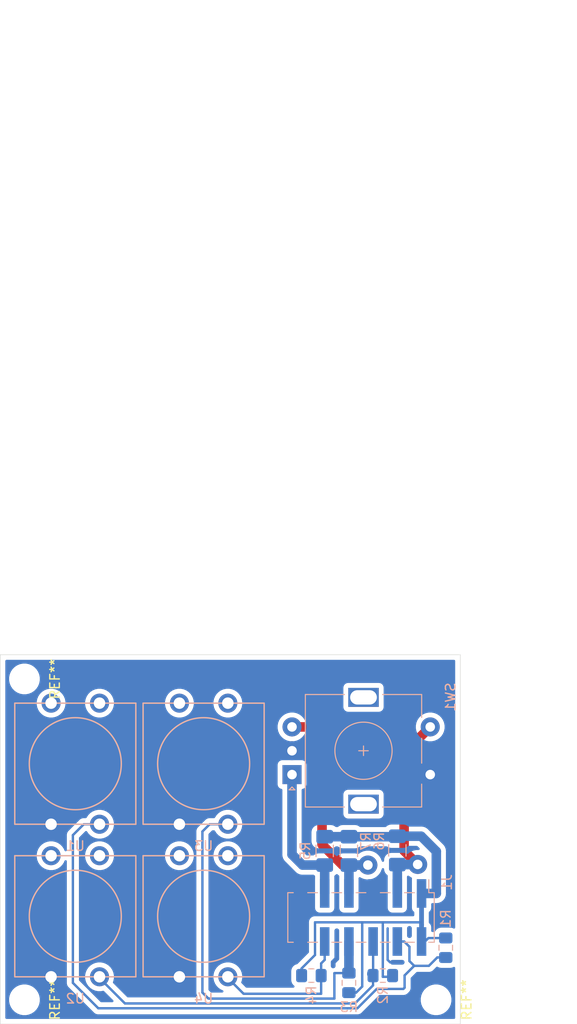
<source format=kicad_pcb>
(kicad_pcb (version 20171130) (host pcbnew 5.1.5-52549c5~84~ubuntu18.04.1)

  (general
    (thickness 1.6)
    (drawings 5)
    (tracks 94)
    (zones 0)
    (modules 16)
    (nets 18)
  )

  (page A4)
  (layers
    (0 F.Cu signal)
    (31 B.Cu signal)
    (32 B.Adhes user)
    (33 F.Adhes user)
    (34 B.Paste user)
    (35 F.Paste user)
    (36 B.SilkS user)
    (37 F.SilkS user)
    (38 B.Mask user)
    (39 F.Mask user)
    (40 Dwgs.User user)
    (41 Cmts.User user)
    (42 Eco1.User user)
    (43 Eco2.User user)
    (44 Edge.Cuts user)
    (45 Margin user)
    (46 B.CrtYd user)
    (47 F.CrtYd user)
    (48 B.Fab user hide)
    (49 F.Fab user hide)
  )

  (setup
    (last_trace_width 0.25)
    (user_trace_width 0.5)
    (user_trace_width 1)
    (trace_clearance 0.2)
    (zone_clearance 0.508)
    (zone_45_only no)
    (trace_min 0.2)
    (via_size 0.8)
    (via_drill 0.4)
    (via_min_size 0.4)
    (via_min_drill 0.3)
    (user_via 2 1)
    (uvia_size 0.3)
    (uvia_drill 0.1)
    (uvias_allowed no)
    (uvia_min_size 0.2)
    (uvia_min_drill 0.1)
    (edge_width 0.05)
    (segment_width 0.2)
    (pcb_text_width 0.3)
    (pcb_text_size 1.5 1.5)
    (mod_edge_width 0.12)
    (mod_text_size 1 1)
    (mod_text_width 0.15)
    (pad_size 1.524 1.524)
    (pad_drill 0.762)
    (pad_to_mask_clearance 0.051)
    (solder_mask_min_width 0.25)
    (aux_axis_origin 0 0)
    (visible_elements FFFFFF7F)
    (pcbplotparams
      (layerselection 0x010fc_ffffffff)
      (usegerberextensions false)
      (usegerberattributes false)
      (usegerberadvancedattributes false)
      (creategerberjobfile false)
      (excludeedgelayer true)
      (linewidth 0.100000)
      (plotframeref false)
      (viasonmask false)
      (mode 1)
      (useauxorigin false)
      (hpglpennumber 1)
      (hpglpenspeed 20)
      (hpglpendiameter 15.000000)
      (psnegative false)
      (psa4output false)
      (plotreference true)
      (plotvalue true)
      (plotinvisibletext false)
      (padsonsilk false)
      (subtractmaskfromsilk false)
      (outputformat 1)
      (mirror false)
      (drillshape 1)
      (scaleselection 1)
      (outputdirectory ""))
  )

  (net 0 "")
  (net 1 GNDS)
  (net 2 /Controls/BTN4)
  (net 3 /Controls/ENC_A)
  (net 4 /Controls/BTN3)
  (net 5 /Controls/ENC_B)
  (net 6 /Controls/BTN2)
  (net 7 /Controls/BTN1)
  (net 8 /Controls/ENC_SW)
  (net 9 +3V3)
  (net 10 "Net-(U1-Pad3)")
  (net 11 "Net-(U1-Pad1)")
  (net 12 "Net-(U2-Pad3)")
  (net 13 "Net-(U2-Pad1)")
  (net 14 "Net-(U3-Pad3)")
  (net 15 "Net-(U3-Pad1)")
  (net 16 "Net-(U4-Pad3)")
  (net 17 "Net-(U4-Pad1)")

  (net_class Default "This is the default net class."
    (clearance 0.2)
    (trace_width 0.25)
    (via_dia 0.8)
    (via_drill 0.4)
    (uvia_dia 0.3)
    (uvia_drill 0.1)
    (add_net +3V3)
    (add_net /Controls/BTN1)
    (add_net /Controls/BTN2)
    (add_net /Controls/BTN3)
    (add_net /Controls/BTN4)
    (add_net /Controls/ENC_A)
    (add_net /Controls/ENC_B)
    (add_net /Controls/ENC_SW)
    (add_net GNDS)
    (add_net "Net-(U1-Pad1)")
    (add_net "Net-(U1-Pad3)")
    (add_net "Net-(U2-Pad1)")
    (add_net "Net-(U2-Pad3)")
    (add_net "Net-(U3-Pad1)")
    (add_net "Net-(U3-Pad3)")
    (add_net "Net-(U4-Pad1)")
    (add_net "Net-(U4-Pad3)")
  )

  (module MountingHole:MountingHole_2.2mm_M2 (layer F.Cu) (tedit 56D1B4CB) (tstamp 5E81DA13)
    (at 130.7465 140.3985 270)
    (descr "Mounting Hole 2.2mm, no annular, M2")
    (tags "mounting hole 2.2mm no annular m2")
    (attr virtual)
    (fp_text reference REF** (at 0 -3.2 90) (layer F.SilkS)
      (effects (font (size 1 1) (thickness 0.15)))
    )
    (fp_text value MountingHole_2.2mm_M2 (at 0 3.2 90) (layer F.Fab)
      (effects (font (size 1 1) (thickness 0.15)))
    )
    (fp_circle (center 0 0) (end 2.45 0) (layer F.CrtYd) (width 0.05))
    (fp_circle (center 0 0) (end 2.2 0) (layer Cmts.User) (width 0.15))
    (fp_text user %R (at 0.3 0 90) (layer F.Fab)
      (effects (font (size 1 1) (thickness 0.15)))
    )
    (pad 1 np_thru_hole circle (at 0 0 270) (size 2.2 2.2) (drill 2.2) (layers *.Cu *.Mask))
  )

  (module MountingHole:MountingHole_2.2mm_M2 (layer F.Cu) (tedit 56D1B4CB) (tstamp 5E81D49E)
    (at 87.5665 106.7435 270)
    (descr "Mounting Hole 2.2mm, no annular, M2")
    (tags "mounting hole 2.2mm no annular m2")
    (attr virtual)
    (fp_text reference REF** (at 0 -3.2 90) (layer F.SilkS)
      (effects (font (size 1 1) (thickness 0.15)))
    )
    (fp_text value MountingHole_2.2mm_M2 (at 0 3.2 90) (layer F.Fab)
      (effects (font (size 1 1) (thickness 0.15)))
    )
    (fp_text user %R (at 0.3 0 90) (layer F.Fab)
      (effects (font (size 1 1) (thickness 0.15)))
    )
    (fp_circle (center 0 0) (end 2.2 0) (layer Cmts.User) (width 0.15))
    (fp_circle (center 0 0) (end 2.45 0) (layer F.CrtYd) (width 0.05))
    (pad 1 np_thru_hole circle (at 0 0 270) (size 2.2 2.2) (drill 2.2) (layers *.Cu *.Mask))
  )

  (module MountingHole:MountingHole_2.2mm_M2 (layer F.Cu) (tedit 56D1B4CB) (tstamp 5E81D49C)
    (at 87.5665 140.3985 270)
    (descr "Mounting Hole 2.2mm, no annular, M2")
    (tags "mounting hole 2.2mm no annular m2")
    (attr virtual)
    (fp_text reference REF** (at 0 -3.2 90) (layer F.SilkS)
      (effects (font (size 1 1) (thickness 0.15)))
    )
    (fp_text value MountingHole_2.2mm_M2 (at 0 3.2 90) (layer F.Fab)
      (effects (font (size 1 1) (thickness 0.15)))
    )
    (fp_circle (center 0 0) (end 2.45 0) (layer F.CrtYd) (width 0.05))
    (fp_circle (center 0 0) (end 2.2 0) (layer Cmts.User) (width 0.15))
    (fp_text user %R (at 0.3 0 90) (layer F.Fab)
      (effects (font (size 1 1) (thickness 0.15)))
    )
    (pad 1 np_thru_hole circle (at 0 0 270) (size 2.2 2.2) (drill 2.2) (layers *.Cu *.Mask))
  )

  (module Resistor_SMD:R_1206_3216Metric_Pad1.42x1.75mm_HandSolder (layer B.Cu) (tedit 5B301BBD) (tstamp 5E81711F)
    (at 121.6025 124.7775 270)
    (descr "Resistor SMD 1206 (3216 Metric), square (rectangular) end terminal, IPC_7351 nominal with elongated pad for handsoldering. (Body size source: http://www.tortai-tech.com/upload/download/2011102023233369053.pdf), generated with kicad-footprint-generator")
    (tags "resistor handsolder")
    (path /5E7E6C1D/5E7E53C9)
    (attr smd)
    (fp_text reference R7 (at -1.016 -1.778 90) (layer B.SilkS)
      (effects (font (size 1 1) (thickness 0.15)) (justify mirror))
    )
    (fp_text value 10K (at 0 -1.82 90) (layer B.Fab)
      (effects (font (size 1 1) (thickness 0.15)) (justify mirror))
    )
    (fp_text user %R (at 0 0 90) (layer B.Fab)
      (effects (font (size 0.8 0.8) (thickness 0.12)) (justify mirror))
    )
    (fp_line (start 2.45 -1.12) (end -2.45 -1.12) (layer B.CrtYd) (width 0.05))
    (fp_line (start 2.45 1.12) (end 2.45 -1.12) (layer B.CrtYd) (width 0.05))
    (fp_line (start -2.45 1.12) (end 2.45 1.12) (layer B.CrtYd) (width 0.05))
    (fp_line (start -2.45 -1.12) (end -2.45 1.12) (layer B.CrtYd) (width 0.05))
    (fp_line (start -0.602064 -0.91) (end 0.602064 -0.91) (layer B.SilkS) (width 0.12))
    (fp_line (start -0.602064 0.91) (end 0.602064 0.91) (layer B.SilkS) (width 0.12))
    (fp_line (start 1.6 -0.8) (end -1.6 -0.8) (layer B.Fab) (width 0.1))
    (fp_line (start 1.6 0.8) (end 1.6 -0.8) (layer B.Fab) (width 0.1))
    (fp_line (start -1.6 0.8) (end 1.6 0.8) (layer B.Fab) (width 0.1))
    (fp_line (start -1.6 -0.8) (end -1.6 0.8) (layer B.Fab) (width 0.1))
    (pad 2 smd roundrect (at 1.4875 0 270) (size 1.425 1.75) (layers B.Cu B.Paste B.Mask) (roundrect_rratio 0.175439)
      (net 5 /Controls/ENC_B))
    (pad 1 smd roundrect (at -1.4875 0 270) (size 1.425 1.75) (layers B.Cu B.Paste B.Mask) (roundrect_rratio 0.175439)
      (net 9 +3V3))
    (model ${KISYS3DMOD}/Resistor_SMD.3dshapes/R_1206_3216Metric.wrl
      (at (xyz 0 0 0))
      (scale (xyz 1 1 1))
      (rotate (xyz 0 0 0))
    )
  )

  (module Resistor_SMD:R_1206_3216Metric_Pad1.42x1.75mm_HandSolder (layer B.Cu) (tedit 5B301BBD) (tstamp 5E81710E)
    (at 126.6825 124.7267 270)
    (descr "Resistor SMD 1206 (3216 Metric), square (rectangular) end terminal, IPC_7351 nominal with elongated pad for handsoldering. (Body size source: http://www.tortai-tech.com/upload/download/2011102023233369053.pdf), generated with kicad-footprint-generator")
    (tags "resistor handsolder")
    (path /5E7E6C1D/5E7E53E3)
    (attr smd)
    (fp_text reference R6 (at -0.9652 1.905 90) (layer B.SilkS)
      (effects (font (size 1 1) (thickness 0.15)) (justify mirror))
    )
    (fp_text value 10K (at 0 -1.82 90) (layer B.Fab)
      (effects (font (size 1 1) (thickness 0.15)) (justify mirror))
    )
    (fp_text user %R (at 0 0 90) (layer B.Fab)
      (effects (font (size 0.8 0.8) (thickness 0.12)) (justify mirror))
    )
    (fp_line (start 2.45 -1.12) (end -2.45 -1.12) (layer B.CrtYd) (width 0.05))
    (fp_line (start 2.45 1.12) (end 2.45 -1.12) (layer B.CrtYd) (width 0.05))
    (fp_line (start -2.45 1.12) (end 2.45 1.12) (layer B.CrtYd) (width 0.05))
    (fp_line (start -2.45 -1.12) (end -2.45 1.12) (layer B.CrtYd) (width 0.05))
    (fp_line (start -0.602064 -0.91) (end 0.602064 -0.91) (layer B.SilkS) (width 0.12))
    (fp_line (start -0.602064 0.91) (end 0.602064 0.91) (layer B.SilkS) (width 0.12))
    (fp_line (start 1.6 -0.8) (end -1.6 -0.8) (layer B.Fab) (width 0.1))
    (fp_line (start 1.6 0.8) (end 1.6 -0.8) (layer B.Fab) (width 0.1))
    (fp_line (start -1.6 0.8) (end 1.6 0.8) (layer B.Fab) (width 0.1))
    (fp_line (start -1.6 -0.8) (end -1.6 0.8) (layer B.Fab) (width 0.1))
    (pad 2 smd roundrect (at 1.4875 0 270) (size 1.425 1.75) (layers B.Cu B.Paste B.Mask) (roundrect_rratio 0.175439)
      (net 8 /Controls/ENC_SW))
    (pad 1 smd roundrect (at -1.4875 0 270) (size 1.425 1.75) (layers B.Cu B.Paste B.Mask) (roundrect_rratio 0.175439)
      (net 9 +3V3))
    (model ${KISYS3DMOD}/Resistor_SMD.3dshapes/R_1206_3216Metric.wrl
      (at (xyz 0 0 0))
      (scale (xyz 1 1 1))
      (rotate (xyz 0 0 0))
    )
  )

  (module Resistor_SMD:R_1206_3216Metric_Pad1.42x1.75mm_HandSolder (layer B.Cu) (tedit 5B301BBD) (tstamp 5E8170FD)
    (at 119.0625 124.7775 270)
    (descr "Resistor SMD 1206 (3216 Metric), square (rectangular) end terminal, IPC_7351 nominal with elongated pad for handsoldering. (Body size source: http://www.tortai-tech.com/upload/download/2011102023233369053.pdf), generated with kicad-footprint-generator")
    (tags "resistor handsolder")
    (path /5E7E6C1D/5E7E53C3)
    (attr smd)
    (fp_text reference R5 (at 0 2.032 90) (layer B.SilkS)
      (effects (font (size 1 1) (thickness 0.15)) (justify mirror))
    )
    (fp_text value 10K (at 0 -1.82 90) (layer B.Fab)
      (effects (font (size 1 1) (thickness 0.15)) (justify mirror))
    )
    (fp_text user %R (at 0 0 90) (layer B.Fab)
      (effects (font (size 0.8 0.8) (thickness 0.12)) (justify mirror))
    )
    (fp_line (start 2.45 -1.12) (end -2.45 -1.12) (layer B.CrtYd) (width 0.05))
    (fp_line (start 2.45 1.12) (end 2.45 -1.12) (layer B.CrtYd) (width 0.05))
    (fp_line (start -2.45 1.12) (end 2.45 1.12) (layer B.CrtYd) (width 0.05))
    (fp_line (start -2.45 -1.12) (end -2.45 1.12) (layer B.CrtYd) (width 0.05))
    (fp_line (start -0.602064 -0.91) (end 0.602064 -0.91) (layer B.SilkS) (width 0.12))
    (fp_line (start -0.602064 0.91) (end 0.602064 0.91) (layer B.SilkS) (width 0.12))
    (fp_line (start 1.6 -0.8) (end -1.6 -0.8) (layer B.Fab) (width 0.1))
    (fp_line (start 1.6 0.8) (end 1.6 -0.8) (layer B.Fab) (width 0.1))
    (fp_line (start -1.6 0.8) (end 1.6 0.8) (layer B.Fab) (width 0.1))
    (fp_line (start -1.6 -0.8) (end -1.6 0.8) (layer B.Fab) (width 0.1))
    (pad 2 smd roundrect (at 1.4875 0 270) (size 1.425 1.75) (layers B.Cu B.Paste B.Mask) (roundrect_rratio 0.175439)
      (net 3 /Controls/ENC_A))
    (pad 1 smd roundrect (at -1.4875 0 270) (size 1.425 1.75) (layers B.Cu B.Paste B.Mask) (roundrect_rratio 0.175439)
      (net 9 +3V3))
    (model ${KISYS3DMOD}/Resistor_SMD.3dshapes/R_1206_3216Metric.wrl
      (at (xyz 0 0 0))
      (scale (xyz 1 1 1))
      (rotate (xyz 0 0 0))
    )
  )

  (module Resistor_SMD:R_0805_2012Metric_Pad1.15x1.40mm_HandSolder (layer B.Cu) (tedit 5B36C52B) (tstamp 5E8170B9)
    (at 131.7625 134.9375 270)
    (descr "Resistor SMD 0805 (2012 Metric), square (rectangular) end terminal, IPC_7351 nominal with elongated pad for handsoldering. (Body size source: https://docs.google.com/spreadsheets/d/1BsfQQcO9C6DZCsRaXUlFlo91Tg2WpOkGARC1WS5S8t0/edit?usp=sharing), generated with kicad-footprint-generator")
    (tags "resistor handsolder")
    (path /5E7E6C1D/5E7E5366)
    (attr smd)
    (fp_text reference R1 (at -3.048 0 270) (layer B.SilkS)
      (effects (font (size 1 1) (thickness 0.15)) (justify mirror))
    )
    (fp_text value 220R (at 0 -1.65 90) (layer B.Fab)
      (effects (font (size 1 1) (thickness 0.15)) (justify mirror))
    )
    (fp_text user %R (at 0 0 90) (layer B.Fab)
      (effects (font (size 0.5 0.5) (thickness 0.08)) (justify mirror))
    )
    (fp_line (start 1.85 -0.95) (end -1.85 -0.95) (layer B.CrtYd) (width 0.05))
    (fp_line (start 1.85 0.95) (end 1.85 -0.95) (layer B.CrtYd) (width 0.05))
    (fp_line (start -1.85 0.95) (end 1.85 0.95) (layer B.CrtYd) (width 0.05))
    (fp_line (start -1.85 -0.95) (end -1.85 0.95) (layer B.CrtYd) (width 0.05))
    (fp_line (start -0.261252 -0.71) (end 0.261252 -0.71) (layer B.SilkS) (width 0.12))
    (fp_line (start -0.261252 0.71) (end 0.261252 0.71) (layer B.SilkS) (width 0.12))
    (fp_line (start 1 -0.6) (end -1 -0.6) (layer B.Fab) (width 0.1))
    (fp_line (start 1 0.6) (end 1 -0.6) (layer B.Fab) (width 0.1))
    (fp_line (start -1 0.6) (end 1 0.6) (layer B.Fab) (width 0.1))
    (fp_line (start -1 -0.6) (end -1 0.6) (layer B.Fab) (width 0.1))
    (pad 2 smd roundrect (at 1.025 0 270) (size 1.15 1.4) (layers B.Cu B.Paste B.Mask) (roundrect_rratio 0.217391)
      (net 7 /Controls/BTN1))
    (pad 1 smd roundrect (at -1.025 0 270) (size 1.15 1.4) (layers B.Cu B.Paste B.Mask) (roundrect_rratio 0.217391)
      (net 9 +3V3))
    (model ${KISYS3DMOD}/Resistor_SMD.3dshapes/R_0805_2012Metric.wrl
      (at (xyz 0 0 0))
      (scale (xyz 1 1 1))
      (rotate (xyz 0 0 0))
    )
  )

  (module Connector_PinSocket_2.54mm:PinSocket_2x06_P2.54mm_Vertical_SMD (layer B.Cu) (tedit 5A19A42A) (tstamp 5E81DBB0)
    (at 122.8725 131.7625 90)
    (descr "surface-mounted straight socket strip, 2x06, 2.54mm pitch, double cols (from Kicad 4.0.7), script generated")
    (tags "Surface mounted socket strip SMD 2x06 2.54mm double row")
    (path /5E7E6C1D/5E8132DF)
    (attr smd)
    (fp_text reference J1 (at 3.683 9.017 90) (layer B.SilkS)
      (effects (font (size 1 1) (thickness 0.15)) (justify mirror))
    )
    (fp_text value Conn_02x06_Odd_Even (at 0 -9.12 90) (layer B.Fab)
      (effects (font (size 1 1) (thickness 0.15)) (justify mirror))
    )
    (fp_text user %R (at 0 0 180) (layer B.Fab)
      (effects (font (size 1 1) (thickness 0.15)) (justify mirror))
    )
    (fp_line (start -4.55 -8.1) (end -4.55 8.15) (layer B.CrtYd) (width 0.05))
    (fp_line (start 4.5 -8.1) (end -4.55 -8.1) (layer B.CrtYd) (width 0.05))
    (fp_line (start 4.5 8.15) (end 4.5 -8.1) (layer B.CrtYd) (width 0.05))
    (fp_line (start -4.55 8.15) (end 4.5 8.15) (layer B.CrtYd) (width 0.05))
    (fp_line (start 3.92 -6.67) (end 2.54 -6.67) (layer B.Fab) (width 0.1))
    (fp_line (start 3.92 -6.03) (end 3.92 -6.67) (layer B.Fab) (width 0.1))
    (fp_line (start 2.54 -6.03) (end 3.92 -6.03) (layer B.Fab) (width 0.1))
    (fp_line (start -3.92 -6.67) (end -3.92 -6.03) (layer B.Fab) (width 0.1))
    (fp_line (start -2.54 -6.67) (end -3.92 -6.67) (layer B.Fab) (width 0.1))
    (fp_line (start -3.92 -6.03) (end -2.54 -6.03) (layer B.Fab) (width 0.1))
    (fp_line (start 3.92 -4.13) (end 2.54 -4.13) (layer B.Fab) (width 0.1))
    (fp_line (start 3.92 -3.49) (end 3.92 -4.13) (layer B.Fab) (width 0.1))
    (fp_line (start 2.54 -3.49) (end 3.92 -3.49) (layer B.Fab) (width 0.1))
    (fp_line (start -3.92 -4.13) (end -3.92 -3.49) (layer B.Fab) (width 0.1))
    (fp_line (start -2.54 -4.13) (end -3.92 -4.13) (layer B.Fab) (width 0.1))
    (fp_line (start -3.92 -3.49) (end -2.54 -3.49) (layer B.Fab) (width 0.1))
    (fp_line (start 3.92 -1.59) (end 2.54 -1.59) (layer B.Fab) (width 0.1))
    (fp_line (start 3.92 -0.95) (end 3.92 -1.59) (layer B.Fab) (width 0.1))
    (fp_line (start 2.54 -0.95) (end 3.92 -0.95) (layer B.Fab) (width 0.1))
    (fp_line (start -3.92 -1.59) (end -3.92 -0.95) (layer B.Fab) (width 0.1))
    (fp_line (start -2.54 -1.59) (end -3.92 -1.59) (layer B.Fab) (width 0.1))
    (fp_line (start -3.92 -0.95) (end -2.54 -0.95) (layer B.Fab) (width 0.1))
    (fp_line (start 3.92 0.95) (end 2.54 0.95) (layer B.Fab) (width 0.1))
    (fp_line (start 3.92 1.59) (end 3.92 0.95) (layer B.Fab) (width 0.1))
    (fp_line (start 2.54 1.59) (end 3.92 1.59) (layer B.Fab) (width 0.1))
    (fp_line (start -3.92 0.95) (end -3.92 1.59) (layer B.Fab) (width 0.1))
    (fp_line (start -2.54 0.95) (end -3.92 0.95) (layer B.Fab) (width 0.1))
    (fp_line (start -3.92 1.59) (end -2.54 1.59) (layer B.Fab) (width 0.1))
    (fp_line (start 3.92 3.49) (end 2.54 3.49) (layer B.Fab) (width 0.1))
    (fp_line (start 3.92 4.13) (end 3.92 3.49) (layer B.Fab) (width 0.1))
    (fp_line (start 2.54 4.13) (end 3.92 4.13) (layer B.Fab) (width 0.1))
    (fp_line (start -3.92 3.49) (end -3.92 4.13) (layer B.Fab) (width 0.1))
    (fp_line (start -2.54 3.49) (end -3.92 3.49) (layer B.Fab) (width 0.1))
    (fp_line (start -3.92 4.13) (end -2.54 4.13) (layer B.Fab) (width 0.1))
    (fp_line (start 3.92 6.03) (end 2.54 6.03) (layer B.Fab) (width 0.1))
    (fp_line (start 3.92 6.67) (end 3.92 6.03) (layer B.Fab) (width 0.1))
    (fp_line (start 2.54 6.67) (end 3.92 6.67) (layer B.Fab) (width 0.1))
    (fp_line (start -3.92 6.03) (end -3.92 6.67) (layer B.Fab) (width 0.1))
    (fp_line (start -2.54 6.03) (end -3.92 6.03) (layer B.Fab) (width 0.1))
    (fp_line (start -3.92 6.67) (end -2.54 6.67) (layer B.Fab) (width 0.1))
    (fp_line (start -2.54 -7.62) (end -2.54 7.62) (layer B.Fab) (width 0.1))
    (fp_line (start 2.54 -7.62) (end -2.54 -7.62) (layer B.Fab) (width 0.1))
    (fp_line (start 2.54 6.62) (end 2.54 -7.62) (layer B.Fab) (width 0.1))
    (fp_line (start 1.54 7.62) (end 2.54 6.62) (layer B.Fab) (width 0.1))
    (fp_line (start -2.54 7.62) (end 1.54 7.62) (layer B.Fab) (width 0.1))
    (fp_line (start 2.6 7.11) (end 3.96 7.11) (layer B.SilkS) (width 0.12))
    (fp_line (start -2.6 -7.11) (end -2.6 -7.68) (layer B.SilkS) (width 0.12))
    (fp_line (start -2.6 -4.57) (end -2.6 -5.59) (layer B.SilkS) (width 0.12))
    (fp_line (start -2.6 -2.03) (end -2.6 -3.05) (layer B.SilkS) (width 0.12))
    (fp_line (start -2.6 0.51) (end -2.6 -0.51) (layer B.SilkS) (width 0.12))
    (fp_line (start -2.6 3.05) (end -2.6 2.03) (layer B.SilkS) (width 0.12))
    (fp_line (start -2.6 5.59) (end -2.6 4.57) (layer B.SilkS) (width 0.12))
    (fp_line (start -2.6 7.68) (end -2.6 7.11) (layer B.SilkS) (width 0.12))
    (fp_line (start -2.6 -7.68) (end 2.6 -7.68) (layer B.SilkS) (width 0.12))
    (fp_line (start 2.6 -7.11) (end 2.6 -7.68) (layer B.SilkS) (width 0.12))
    (fp_line (start 2.6 -4.57) (end 2.6 -5.59) (layer B.SilkS) (width 0.12))
    (fp_line (start 2.6 -2.03) (end 2.6 -3.05) (layer B.SilkS) (width 0.12))
    (fp_line (start 2.6 0.51) (end 2.6 -0.51) (layer B.SilkS) (width 0.12))
    (fp_line (start 2.6 3.05) (end 2.6 2.03) (layer B.SilkS) (width 0.12))
    (fp_line (start 2.6 5.59) (end 2.6 4.57) (layer B.SilkS) (width 0.12))
    (fp_line (start 2.6 7.68) (end 2.6 7.11) (layer B.SilkS) (width 0.12))
    (fp_line (start -2.6 7.68) (end 2.6 7.68) (layer B.SilkS) (width 0.12))
    (pad 12 smd rect (at -2.52 -6.35 90) (size 3 1) (layers B.Cu B.Paste B.Mask)
      (net 1 GNDS))
    (pad 11 smd rect (at 2.52 -6.35 90) (size 3 1) (layers B.Cu B.Paste B.Mask)
      (net 1 GNDS))
    (pad 10 smd rect (at -2.52 -3.81 90) (size 3 1) (layers B.Cu B.Paste B.Mask)
      (net 2 /Controls/BTN4))
    (pad 9 smd rect (at 2.52 -3.81 90) (size 3 1) (layers B.Cu B.Paste B.Mask)
      (net 3 /Controls/ENC_A))
    (pad 8 smd rect (at -2.52 -1.27 90) (size 3 1) (layers B.Cu B.Paste B.Mask)
      (net 4 /Controls/BTN3))
    (pad 7 smd rect (at 2.52 -1.27 90) (size 3 1) (layers B.Cu B.Paste B.Mask)
      (net 5 /Controls/ENC_B))
    (pad 6 smd rect (at -2.52 1.27 90) (size 3 1) (layers B.Cu B.Paste B.Mask)
      (net 6 /Controls/BTN2))
    (pad 5 smd rect (at 2.52 1.27 90) (size 3 1) (layers B.Cu B.Paste B.Mask)
      (net 1 GNDS))
    (pad 4 smd rect (at -2.52 3.81 90) (size 3 1) (layers B.Cu B.Paste B.Mask)
      (net 7 /Controls/BTN1))
    (pad 3 smd rect (at 2.52 3.81 90) (size 3 1) (layers B.Cu B.Paste B.Mask)
      (net 8 /Controls/ENC_SW))
    (pad 2 smd rect (at -2.52 6.35 90) (size 3 1) (layers B.Cu B.Paste B.Mask)
      (net 9 +3V3))
    (pad 1 smd rect (at 2.52 6.35 90) (size 3 1) (layers B.Cu B.Paste B.Mask)
      (net 9 +3V3))
    (model ${KISYS3DMOD}/Connector_PinSocket_2.54mm.3dshapes/PinSocket_2x06_P2.54mm_Vertical_SMD.wrl
      (at (xyz 0 0 0))
      (scale (xyz 1 1 1))
      (rotate (xyz 0 0 0))
    )
  )

  (module Rotary_Encoder:RotaryEncoder_Alps_EC11E-Switch_Vertical_H20mm (layer B.Cu) (tedit 5A74C8CB) (tstamp 5E817145)
    (at 115.6335 116.7765)
    (descr "Alps rotary encoder, EC12E... with switch, vertical shaft, http://www.alps.com/prod/info/E/HTML/Encoder/Incremental/EC11/EC11E15204A3.html")
    (tags "rotary encoder")
    (path /5E7E6C1D/5E7E53B0)
    (fp_text reference SW1 (at 16.637 -8.128 270) (layer B.SilkS)
      (effects (font (size 1 1) (thickness 0.15)) (justify mirror))
    )
    (fp_text value Rotary_Encoder_Switch (at 7.5 -10.4) (layer B.Fab)
      (effects (font (size 1 1) (thickness 0.15)) (justify mirror))
    )
    (fp_circle (center 7.5 -2.5) (end 10.5 -2.5) (layer B.Fab) (width 0.12))
    (fp_circle (center 7.5 -2.5) (end 10.5 -2.5) (layer B.SilkS) (width 0.12))
    (fp_line (start 16 -9.6) (end -1.5 -9.6) (layer B.CrtYd) (width 0.05))
    (fp_line (start 16 -9.6) (end 16 4.6) (layer B.CrtYd) (width 0.05))
    (fp_line (start -1.5 4.6) (end -1.5 -9.6) (layer B.CrtYd) (width 0.05))
    (fp_line (start -1.5 4.6) (end 16 4.6) (layer B.CrtYd) (width 0.05))
    (fp_line (start 2.5 3.3) (end 13.5 3.3) (layer B.Fab) (width 0.12))
    (fp_line (start 13.5 3.3) (end 13.5 -8.3) (layer B.Fab) (width 0.12))
    (fp_line (start 13.5 -8.3) (end 1.5 -8.3) (layer B.Fab) (width 0.12))
    (fp_line (start 1.5 -8.3) (end 1.5 2.2) (layer B.Fab) (width 0.12))
    (fp_line (start 1.5 2.2) (end 2.5 3.3) (layer B.Fab) (width 0.12))
    (fp_line (start 9.5 3.4) (end 13.6 3.4) (layer B.SilkS) (width 0.12))
    (fp_line (start 13.6 -8.4) (end 9.5 -8.4) (layer B.SilkS) (width 0.12))
    (fp_line (start 5.5 -8.4) (end 1.4 -8.4) (layer B.SilkS) (width 0.12))
    (fp_line (start 5.5 3.4) (end 1.4 3.4) (layer B.SilkS) (width 0.12))
    (fp_line (start 1.4 3.4) (end 1.4 -8.4) (layer B.SilkS) (width 0.12))
    (fp_line (start 0 1.3) (end -0.3 1.6) (layer B.SilkS) (width 0.12))
    (fp_line (start -0.3 1.6) (end 0.3 1.6) (layer B.SilkS) (width 0.12))
    (fp_line (start 0.3 1.6) (end 0 1.3) (layer B.SilkS) (width 0.12))
    (fp_line (start 7.5 0.5) (end 7.5 -5.5) (layer B.Fab) (width 0.12))
    (fp_line (start 4.5 -2.5) (end 10.5 -2.5) (layer B.Fab) (width 0.12))
    (fp_line (start 13.6 3.4) (end 13.6 1) (layer B.SilkS) (width 0.12))
    (fp_line (start 13.6 -1.2) (end 13.6 -3.8) (layer B.SilkS) (width 0.12))
    (fp_line (start 13.6 -6) (end 13.6 -8.4) (layer B.SilkS) (width 0.12))
    (fp_line (start 7.5 -2) (end 7.5 -3) (layer B.SilkS) (width 0.12))
    (fp_line (start 7 -2.5) (end 8 -2.5) (layer B.SilkS) (width 0.12))
    (fp_text user %R (at 11.1 -6.3) (layer B.Fab)
      (effects (font (size 1 1) (thickness 0.15)) (justify mirror))
    )
    (pad A thru_hole rect (at 0 0) (size 2 2) (drill 1) (layers *.Cu *.Mask)
      (net 3 /Controls/ENC_A))
    (pad C thru_hole circle (at 0 -2.5) (size 2 2) (drill 1) (layers *.Cu *.Mask)
      (net 1 GNDS))
    (pad B thru_hole circle (at 0 -5) (size 2 2) (drill 1) (layers *.Cu *.Mask)
      (net 5 /Controls/ENC_B))
    (pad MP thru_hole rect (at 7.5 3.1) (size 3.2 2) (drill oval 2.8 1.5) (layers *.Cu *.Mask))
    (pad MP thru_hole rect (at 7.5 -8.1) (size 3.2 2) (drill oval 2.8 1.5) (layers *.Cu *.Mask))
    (pad S2 thru_hole circle (at 14.5 0) (size 2 2) (drill 1) (layers *.Cu *.Mask)
      (net 1 GNDS))
    (pad S1 thru_hole circle (at 14.5 -5) (size 2 2) (drill 1) (layers *.Cu *.Mask)
      (net 8 /Controls/ENC_SW))
    (model ${KISYS3DMOD}/Rotary_Encoder.3dshapes/RotaryEncoder_Alps_EC11E-Switch_Vertical_H20mm.wrl
      (at (xyz 0 0 0))
      (scale (xyz 1 1 1))
      (rotate (xyz 0 0 0))
    )
  )

  (module Resistor_SMD:R_0805_2012Metric_Pad1.15x1.40mm_HandSolder (layer B.Cu) (tedit 5B36C52B) (tstamp 5E8170DB)
    (at 121.6025 138.6205 90)
    (descr "Resistor SMD 0805 (2012 Metric), square (rectangular) end terminal, IPC_7351 nominal with elongated pad for handsoldering. (Body size source: https://docs.google.com/spreadsheets/d/1BsfQQcO9C6DZCsRaXUlFlo91Tg2WpOkGARC1WS5S8t0/edit?usp=sharing), generated with kicad-footprint-generator")
    (tags "resistor handsolder")
    (path /5E7E6C1D/5E7E5378)
    (attr smd)
    (fp_text reference R3 (at -2.54 0) (layer B.SilkS)
      (effects (font (size 1 1) (thickness 0.15)) (justify mirror))
    )
    (fp_text value 220R (at 0 -1.65 90) (layer B.Fab)
      (effects (font (size 1 1) (thickness 0.15)) (justify mirror))
    )
    (fp_text user %R (at 0 0 90) (layer B.Fab)
      (effects (font (size 0.5 0.5) (thickness 0.08)) (justify mirror))
    )
    (fp_line (start 1.85 -0.95) (end -1.85 -0.95) (layer B.CrtYd) (width 0.05))
    (fp_line (start 1.85 0.95) (end 1.85 -0.95) (layer B.CrtYd) (width 0.05))
    (fp_line (start -1.85 0.95) (end 1.85 0.95) (layer B.CrtYd) (width 0.05))
    (fp_line (start -1.85 -0.95) (end -1.85 0.95) (layer B.CrtYd) (width 0.05))
    (fp_line (start -0.261252 -0.71) (end 0.261252 -0.71) (layer B.SilkS) (width 0.12))
    (fp_line (start -0.261252 0.71) (end 0.261252 0.71) (layer B.SilkS) (width 0.12))
    (fp_line (start 1 -0.6) (end -1 -0.6) (layer B.Fab) (width 0.1))
    (fp_line (start 1 0.6) (end 1 -0.6) (layer B.Fab) (width 0.1))
    (fp_line (start -1 0.6) (end 1 0.6) (layer B.Fab) (width 0.1))
    (fp_line (start -1 -0.6) (end -1 0.6) (layer B.Fab) (width 0.1))
    (pad 2 smd roundrect (at 1.025 0 90) (size 1.15 1.4) (layers B.Cu B.Paste B.Mask) (roundrect_rratio 0.217391)
      (net 4 /Controls/BTN3))
    (pad 1 smd roundrect (at -1.025 0 90) (size 1.15 1.4) (layers B.Cu B.Paste B.Mask) (roundrect_rratio 0.217391)
      (net 9 +3V3))
    (model ${KISYS3DMOD}/Resistor_SMD.3dshapes/R_0805_2012Metric.wrl
      (at (xyz 0 0 0))
      (scale (xyz 1 1 1))
      (rotate (xyz 0 0 0))
    )
  )

  (module Resistor_SMD:R_0805_2012Metric_Pad1.15x1.40mm_HandSolder (layer B.Cu) (tedit 5B36C52B) (tstamp 5E8170CA)
    (at 125.1585 137.8585 180)
    (descr "Resistor SMD 0805 (2012 Metric), square (rectangular) end terminal, IPC_7351 nominal with elongated pad for handsoldering. (Body size source: https://docs.google.com/spreadsheets/d/1BsfQQcO9C6DZCsRaXUlFlo91Tg2WpOkGARC1WS5S8t0/edit?usp=sharing), generated with kicad-footprint-generator")
    (tags "resistor handsolder")
    (path /5E7E6C1D/5E7E5358)
    (attr smd)
    (fp_text reference R2 (at 0 -2.032 90) (layer B.SilkS)
      (effects (font (size 1 1) (thickness 0.15)) (justify mirror))
    )
    (fp_text value 220R (at 0 -1.65) (layer B.Fab)
      (effects (font (size 1 1) (thickness 0.15)) (justify mirror))
    )
    (fp_text user %R (at 0 0) (layer B.Fab)
      (effects (font (size 0.5 0.5) (thickness 0.08)) (justify mirror))
    )
    (fp_line (start 1.85 -0.95) (end -1.85 -0.95) (layer B.CrtYd) (width 0.05))
    (fp_line (start 1.85 0.95) (end 1.85 -0.95) (layer B.CrtYd) (width 0.05))
    (fp_line (start -1.85 0.95) (end 1.85 0.95) (layer B.CrtYd) (width 0.05))
    (fp_line (start -1.85 -0.95) (end -1.85 0.95) (layer B.CrtYd) (width 0.05))
    (fp_line (start -0.261252 -0.71) (end 0.261252 -0.71) (layer B.SilkS) (width 0.12))
    (fp_line (start -0.261252 0.71) (end 0.261252 0.71) (layer B.SilkS) (width 0.12))
    (fp_line (start 1 -0.6) (end -1 -0.6) (layer B.Fab) (width 0.1))
    (fp_line (start 1 0.6) (end 1 -0.6) (layer B.Fab) (width 0.1))
    (fp_line (start -1 0.6) (end 1 0.6) (layer B.Fab) (width 0.1))
    (fp_line (start -1 -0.6) (end -1 0.6) (layer B.Fab) (width 0.1))
    (pad 2 smd roundrect (at 1.025 0 180) (size 1.15 1.4) (layers B.Cu B.Paste B.Mask) (roundrect_rratio 0.217391)
      (net 6 /Controls/BTN2))
    (pad 1 smd roundrect (at -1.025 0 180) (size 1.15 1.4) (layers B.Cu B.Paste B.Mask) (roundrect_rratio 0.217391)
      (net 9 +3V3))
    (model ${KISYS3DMOD}/Resistor_SMD.3dshapes/R_0805_2012Metric.wrl
      (at (xyz 0 0 0))
      (scale (xyz 1 1 1))
      (rotate (xyz 0 0 0))
    )
  )

  (module Resistor_SMD:R_0805_2012Metric_Pad1.15x1.40mm_HandSolder (layer B.Cu) (tedit 5B36C52B) (tstamp 5E8170EC)
    (at 117.6655 137.8585)
    (descr "Resistor SMD 0805 (2012 Metric), square (rectangular) end terminal, IPC_7351 nominal with elongated pad for handsoldering. (Body size source: https://docs.google.com/spreadsheets/d/1BsfQQcO9C6DZCsRaXUlFlo91Tg2WpOkGARC1WS5S8t0/edit?usp=sharing), generated with kicad-footprint-generator")
    (tags "resistor handsolder")
    (path /5E7E6C1D/5E7E5388)
    (attr smd)
    (fp_text reference R4 (at 0 2.032 90) (layer B.SilkS)
      (effects (font (size 1 1) (thickness 0.15)) (justify mirror))
    )
    (fp_text value 220R (at 0 -1.65) (layer B.Fab)
      (effects (font (size 1 1) (thickness 0.15)) (justify mirror))
    )
    (fp_text user %R (at 0 0) (layer B.Fab)
      (effects (font (size 0.5 0.5) (thickness 0.08)) (justify mirror))
    )
    (fp_line (start 1.85 -0.95) (end -1.85 -0.95) (layer B.CrtYd) (width 0.05))
    (fp_line (start 1.85 0.95) (end 1.85 -0.95) (layer B.CrtYd) (width 0.05))
    (fp_line (start -1.85 0.95) (end 1.85 0.95) (layer B.CrtYd) (width 0.05))
    (fp_line (start -1.85 -0.95) (end -1.85 0.95) (layer B.CrtYd) (width 0.05))
    (fp_line (start -0.261252 -0.71) (end 0.261252 -0.71) (layer B.SilkS) (width 0.12))
    (fp_line (start -0.261252 0.71) (end 0.261252 0.71) (layer B.SilkS) (width 0.12))
    (fp_line (start 1 -0.6) (end -1 -0.6) (layer B.Fab) (width 0.1))
    (fp_line (start 1 0.6) (end 1 -0.6) (layer B.Fab) (width 0.1))
    (fp_line (start -1 0.6) (end 1 0.6) (layer B.Fab) (width 0.1))
    (fp_line (start -1 -0.6) (end -1 0.6) (layer B.Fab) (width 0.1))
    (pad 2 smd roundrect (at 1.025 0) (size 1.15 1.4) (layers B.Cu B.Paste B.Mask) (roundrect_rratio 0.217391)
      (net 2 /Controls/BTN4))
    (pad 1 smd roundrect (at -1.025 0) (size 1.15 1.4) (layers B.Cu B.Paste B.Mask) (roundrect_rratio 0.217391)
      (net 9 +3V3))
    (model ${KISYS3DMOD}/Resistor_SMD.3dshapes/R_0805_2012Metric.wrl
      (at (xyz 0 0 0))
      (scale (xyz 1 1 1))
      (rotate (xyz 0 0 0))
    )
  )

  (module 12x12x7_3mmTactilePushButtonMomentary:12x12x7_3mmTactilePushButtonMomentary (layer B.Cu) (tedit 5CBF733D) (tstamp 5E81717D)
    (at 106.3625 131.6355 90)
    (path /5E7E6C1D/5E7E533A)
    (fp_text reference U4 (at -8.636 0 180) (layer B.SilkS)
      (effects (font (size 1 1) (thickness 0.15)) (justify mirror))
    )
    (fp_text value Tactile_Switch_SPST-NO (at 0 8.255 90) (layer B.Fab)
      (effects (font (size 1 1) (thickness 0.15)) (justify mirror))
    )
    (fp_circle (center 0 0) (end 0 -4.826) (layer B.SilkS) (width 0.15))
    (fp_line (start 6.35 6.35) (end 6.35 0) (layer B.SilkS) (width 0.15))
    (fp_line (start -6.35 6.35) (end 6.35 6.35) (layer B.SilkS) (width 0.15))
    (fp_line (start -6.35 -6.35) (end -6.35 6.35) (layer B.SilkS) (width 0.15))
    (fp_line (start 6.35 -6.35) (end -6.35 -6.35) (layer B.SilkS) (width 0.15))
    (fp_line (start 6.35 0) (end 6.35 -6.35) (layer B.SilkS) (width 0.15))
    (pad 4 thru_hole circle (at -6.35 2.54 90) (size 2 2) (drill 1.2) (layers *.Cu *.Mask)
      (net 2 /Controls/BTN4))
    (pad 3 thru_hole circle (at 6.35 2.54 90) (size 2 2) (drill 1.2) (layers *.Cu *.Mask)
      (net 16 "Net-(U4-Pad3)"))
    (pad 2 thru_hole circle (at -6.35 -2.54 90) (size 2 2) (drill 1.2) (layers *.Cu *.Mask)
      (net 1 GNDS))
    (pad 1 thru_hole circle (at 6.35 -2.54 90) (size 2 2) (drill 1.2) (layers *.Cu *.Mask)
      (net 17 "Net-(U4-Pad1)"))
    (model ${KIPRJMOD}/lib/3d/c-1571627-1-e-3d.stp
      (offset (xyz 0 0 4))
      (scale (xyz 1 1 1))
      (rotate (xyz 0 0 90))
    )
  )

  (module 12x12x7_3mmTactilePushButtonMomentary:12x12x7_3mmTactilePushButtonMomentary (layer B.Cu) (tedit 5CBF733D) (tstamp 5E81716F)
    (at 106.3625 115.6335 90)
    (path /5E7E6C1D/5E7E5334)
    (fp_text reference U3 (at -8.636 0 180) (layer B.SilkS)
      (effects (font (size 1 1) (thickness 0.15)) (justify mirror))
    )
    (fp_text value Tactile_Switch_SPST-NO (at 0 8.255 90) (layer B.Fab)
      (effects (font (size 1 1) (thickness 0.15)) (justify mirror))
    )
    (fp_circle (center 0 0) (end 0 -4.826) (layer B.SilkS) (width 0.15))
    (fp_line (start 6.35 6.35) (end 6.35 0) (layer B.SilkS) (width 0.15))
    (fp_line (start -6.35 6.35) (end 6.35 6.35) (layer B.SilkS) (width 0.15))
    (fp_line (start -6.35 -6.35) (end -6.35 6.35) (layer B.SilkS) (width 0.15))
    (fp_line (start 6.35 -6.35) (end -6.35 -6.35) (layer B.SilkS) (width 0.15))
    (fp_line (start 6.35 0) (end 6.35 -6.35) (layer B.SilkS) (width 0.15))
    (pad 4 thru_hole circle (at -6.35 2.54 90) (size 2 2) (drill 1.2) (layers *.Cu *.Mask)
      (net 4 /Controls/BTN3))
    (pad 3 thru_hole circle (at 6.35 2.54 90) (size 2 2) (drill 1.2) (layers *.Cu *.Mask)
      (net 14 "Net-(U3-Pad3)"))
    (pad 2 thru_hole circle (at -6.35 -2.54 90) (size 2 2) (drill 1.2) (layers *.Cu *.Mask)
      (net 1 GNDS))
    (pad 1 thru_hole circle (at 6.35 -2.54 90) (size 2 2) (drill 1.2) (layers *.Cu *.Mask)
      (net 15 "Net-(U3-Pad1)"))
    (model ${KIPRJMOD}/lib/3d/c-1571627-1-e-3d.stp
      (offset (xyz 0 0 4))
      (scale (xyz 1 1 1))
      (rotate (xyz 0 0 90))
    )
  )

  (module 12x12x7_3mmTactilePushButtonMomentary:12x12x7_3mmTactilePushButtonMomentary (layer B.Cu) (tedit 5CBF733D) (tstamp 5E817161)
    (at 92.9005 131.6355 90)
    (path /5E7E6C1D/5E7E532E)
    (fp_text reference U2 (at -8.636 0 180) (layer B.SilkS)
      (effects (font (size 1 1) (thickness 0.15)) (justify mirror))
    )
    (fp_text value Tactile_Switch_SPST-NO (at 0 8.255 90) (layer B.Fab)
      (effects (font (size 1 1) (thickness 0.15)) (justify mirror))
    )
    (fp_circle (center 0 0) (end 0 -4.826) (layer B.SilkS) (width 0.15))
    (fp_line (start 6.35 6.35) (end 6.35 0) (layer B.SilkS) (width 0.15))
    (fp_line (start -6.35 6.35) (end 6.35 6.35) (layer B.SilkS) (width 0.15))
    (fp_line (start -6.35 -6.35) (end -6.35 6.35) (layer B.SilkS) (width 0.15))
    (fp_line (start 6.35 -6.35) (end -6.35 -6.35) (layer B.SilkS) (width 0.15))
    (fp_line (start 6.35 0) (end 6.35 -6.35) (layer B.SilkS) (width 0.15))
    (pad 4 thru_hole circle (at -6.35 2.54 90) (size 2 2) (drill 1.2) (layers *.Cu *.Mask)
      (net 6 /Controls/BTN2))
    (pad 3 thru_hole circle (at 6.35 2.54 90) (size 2 2) (drill 1.2) (layers *.Cu *.Mask)
      (net 12 "Net-(U2-Pad3)"))
    (pad 2 thru_hole circle (at -6.35 -2.54 90) (size 2 2) (drill 1.2) (layers *.Cu *.Mask)
      (net 1 GNDS))
    (pad 1 thru_hole circle (at 6.35 -2.54 90) (size 2 2) (drill 1.2) (layers *.Cu *.Mask)
      (net 13 "Net-(U2-Pad1)"))
    (model ${KIPRJMOD}/lib/3d/c-1571627-1-e-3d.stp
      (offset (xyz 0 0 4))
      (scale (xyz 1 1 1))
      (rotate (xyz 0 0 90))
    )
  )

  (module 12x12x7_3mmTactilePushButtonMomentary:12x12x7_3mmTactilePushButtonMomentary (layer B.Cu) (tedit 5CBF733D) (tstamp 5E817153)
    (at 92.9005 115.6335 90)
    (path /5E7E6C1D/5E7E5328)
    (fp_text reference U1 (at -8.636 0 180) (layer B.SilkS)
      (effects (font (size 1 1) (thickness 0.15)) (justify mirror))
    )
    (fp_text value Tactile_Switch_SPST-NO (at 0 8.255 90) (layer B.Fab)
      (effects (font (size 1 1) (thickness 0.15)) (justify mirror))
    )
    (fp_circle (center 0 0) (end 0 -4.826) (layer B.SilkS) (width 0.15))
    (fp_line (start 6.35 6.35) (end 6.35 0) (layer B.SilkS) (width 0.15))
    (fp_line (start -6.35 6.35) (end 6.35 6.35) (layer B.SilkS) (width 0.15))
    (fp_line (start -6.35 -6.35) (end -6.35 6.35) (layer B.SilkS) (width 0.15))
    (fp_line (start 6.35 -6.35) (end -6.35 -6.35) (layer B.SilkS) (width 0.15))
    (fp_line (start 6.35 0) (end 6.35 -6.35) (layer B.SilkS) (width 0.15))
    (pad 4 thru_hole circle (at -6.35 2.54 90) (size 2 2) (drill 1.2) (layers *.Cu *.Mask)
      (net 7 /Controls/BTN1))
    (pad 3 thru_hole circle (at 6.35 2.54 90) (size 2 2) (drill 1.2) (layers *.Cu *.Mask)
      (net 10 "Net-(U1-Pad3)"))
    (pad 2 thru_hole circle (at -6.35 -2.54 90) (size 2 2) (drill 1.2) (layers *.Cu *.Mask)
      (net 1 GNDS))
    (pad 1 thru_hole circle (at 6.35 -2.54 90) (size 2 2) (drill 1.2) (layers *.Cu *.Mask)
      (net 11 "Net-(U1-Pad1)"))
    (model ${KIPRJMOD}/lib/3d/c-1571627-1-e-3d.stp
      (offset (xyz 0 0 4))
      (scale (xyz 1 1 1))
      (rotate (xyz 0 0 90))
    )
  )

  (gr_text "Print Layers:\n- B.Cu\n- Dwgs.User\n\nPrint options:\n- \"Exclude PCB edge\" = True\n- \"MIrrored\" = False" (at 122.047 41.2115) (layer Cmts.User)
    (effects (font (size 1 1) (thickness 0.15)) (justify left))
  )
  (gr_line (start 85.0265 104.2035) (end 133.2865 104.2035) (layer Edge.Cuts) (width 0.05) (tstamp 5E816D41))
  (gr_line (start 85.0265 142.9385) (end 85.0265 104.2035) (layer Edge.Cuts) (width 0.05))
  (gr_line (start 133.2865 142.9385) (end 85.0265 142.9385) (layer Edge.Cuts) (width 0.05))
  (gr_line (start 133.2865 104.2035) (end 133.2865 142.9385) (layer Edge.Cuts) (width 0.05))

  (segment (start 120.3325 133.1595) (end 120.3325 135.9535) (width 0.5) (layer B.Cu) (net 0))
  (segment (start 120.3325 135.9535) (end 120.3325 136.0805) (width 0.5) (layer B.Cu) (net 0))
  (segment (start 120.3325 136.0805) (end 119.9515 136.4615) (width 0.5) (layer B.Cu) (net 0))
  (segment (start 119.9515 136.4615) (end 119.9515 136.8425) (width 0.5) (layer B.Cu) (net 0))
  (segment (start 127.9525 132.9055) (end 127.9525 133.6675) (width 0.5) (layer B.Cu) (net 0))
  (segment (start 126.1745 136.4615) (end 127.1905 136.4615) (width 0.5) (layer B.Cu) (net 0))
  (segment (start 125.6665 132.9055) (end 125.6665 136.2075) (width 0.25) (layer B.Cu) (net 0))
  (segment (start 125.9205 136.4615) (end 126.1745 136.4615) (width 0.25) (layer B.Cu) (net 0))
  (segment (start 125.6665 136.2075) (end 125.9205 136.4615) (width 0.25) (layer B.Cu) (net 0))
  (segment (start 119.0625 134.2825) (end 119.0625 136.2075) (width 0.25) (layer B.Cu) (net 2))
  (segment (start 118.6905 136.5795) (end 118.6905 137.8585) (width 0.25) (layer B.Cu) (net 2))
  (segment (start 119.0625 136.2075) (end 118.6905 136.5795) (width 0.25) (layer B.Cu) (net 2))
  (segment (start 118.6905 139.7635) (end 110.5535 139.7635) (width 0.25) (layer B.Cu) (net 2))
  (segment (start 118.6905 137.8585) (end 118.6905 139.7635) (width 0.25) (layer B.Cu) (net 2))
  (segment (start 110.5535 139.7635) (end 108.9025 138.1125) (width 0.25) (layer B.Cu) (net 2))
  (segment (start 108.9025 138.1125) (end 108.9025 137.9855) (width 0.25) (layer B.Cu) (net 2))
  (segment (start 119.0625 126.0565) (end 119.0625 129.2425) (width 1) (layer B.Cu) (net 3))
  (segment (start 115.6335 125.1585) (end 115.6335 116.7765) (width 1) (layer B.Cu) (net 3))
  (segment (start 119.0625 126.265) (end 116.74 126.265) (width 1) (layer B.Cu) (net 3))
  (segment (start 116.74 126.265) (end 115.6335 125.1585) (width 1) (layer B.Cu) (net 3))
  (segment (start 121.6025 134.2825) (end 121.6025 137.5955) (width 1) (layer B.Cu) (net 4))
  (segment (start 106.2355 139.6365) (end 106.2355 122.7455) (width 0.25) (layer B.Cu) (net 4))
  (segment (start 106.8705 140.2715) (end 106.2355 139.6365) (width 0.25) (layer B.Cu) (net 4))
  (segment (start 120.0785 140.2715) (end 106.8705 140.2715) (width 0.25) (layer B.Cu) (net 4))
  (segment (start 120.0785 137.6045) (end 120.0785 140.2715) (width 0.25) (layer B.Cu) (net 4))
  (segment (start 121.6025 137.5955) (end 120.0875 137.5955) (width 0.25) (layer B.Cu) (net 4))
  (segment (start 106.2355 122.7455) (end 106.9975 121.9835) (width 0.25) (layer B.Cu) (net 4))
  (segment (start 120.0875 137.5955) (end 120.0785 137.6045) (width 0.25) (layer B.Cu) (net 4))
  (segment (start 106.9975 121.9835) (end 108.9025 121.9835) (width 0.25) (layer B.Cu) (net 4))
  (segment (start 121.6025 129.2425) (end 121.6025 126.0565) (width 1) (layer B.Cu) (net 5))
  (segment (start 121.6025 126.265) (end 123.5948 126.265) (width 1) (layer B.Cu) (net 5))
  (via (at 123.5948 126.265) (size 2) (drill 1) (layers F.Cu B.Cu) (net 5))
  (segment (start 123.5948 126.265) (end 120.931 126.265) (width 1) (layer F.Cu) (net 5))
  (segment (start 120.931 126.265) (end 118.7831 124.1171) (width 1) (layer F.Cu) (net 5))
  (segment (start 118.7831 124.1171) (end 118.7831 112.6871) (width 1) (layer F.Cu) (net 5))
  (segment (start 117.8725 111.7765) (end 115.6335 111.7765) (width 1) (layer F.Cu) (net 5))
  (segment (start 118.7831 112.6871) (end 117.8725 111.7765) (width 1) (layer F.Cu) (net 5))
  (segment (start 124.1425 137.5701) (end 124.1171 137.5955) (width 0.25) (layer B.Cu) (net 6))
  (segment (start 124.1425 134.2825) (end 124.1425 137.5701) (width 0.25) (layer B.Cu) (net 6))
  (segment (start 123.7615 137.7315) (end 123.7615 137.6045) (width 0.5) (layer B.Cu) (net 6))
  (segment (start 124.1425 138.1125) (end 123.7615 137.7315) (width 0.5) (layer B.Cu) (net 6))
  (segment (start 124.1335 138.8835) (end 122.2375 140.7795) (width 0.25) (layer B.Cu) (net 6))
  (segment (start 124.1335 137.8585) (end 124.1335 138.8835) (width 0.25) (layer B.Cu) (net 6))
  (segment (start 122.2375 140.7795) (end 98.1075 140.7795) (width 0.25) (layer B.Cu) (net 6))
  (segment (start 98.1075 140.7795) (end 95.4405 138.1125) (width 0.25) (layer B.Cu) (net 6))
  (segment (start 95.4405 138.1125) (end 95.4405 137.9855) (width 0.25) (layer B.Cu) (net 6))
  (segment (start 127.4045 134.2825) (end 126.6825 134.2825) (width 0.25) (layer B.Cu) (net 7))
  (segment (start 127.9525 134.8305) (end 127.4045 134.2825) (width 0.25) (layer B.Cu) (net 7))
  (segment (start 127.9525 136.3345) (end 127.9525 134.8305) (width 0.25) (layer B.Cu) (net 7))
  (segment (start 128.4515 136.8335) (end 127.9525 136.3345) (width 0.25) (layer B.Cu) (net 7))
  (segment (start 130.8735 135.9535) (end 132.1435 135.9535) (width 0.25) (layer B.Cu) (net 7))
  (segment (start 128.4515 136.8335) (end 129.9935 136.8335) (width 0.25) (layer B.Cu) (net 7))
  (segment (start 129.9935 136.8335) (end 130.8735 135.9535) (width 0.25) (layer B.Cu) (net 7))
  (segment (start 122.4915 141.2875) (end 95.3135 141.2875) (width 0.25) (layer B.Cu) (net 7))
  (segment (start 124.5235 139.2555) (end 122.4915 141.2875) (width 0.25) (layer B.Cu) (net 7))
  (segment (start 127.3175 139.2555) (end 124.5235 139.2555) (width 0.25) (layer B.Cu) (net 7))
  (segment (start 127.4445 139.1285) (end 127.3175 139.2555) (width 0.25) (layer B.Cu) (net 7))
  (segment (start 93.7895 121.9835) (end 95.4405 121.9835) (width 0.25) (layer B.Cu) (net 7))
  (segment (start 128.4515 136.8335) (end 127.4445 137.8405) (width 0.25) (layer B.Cu) (net 7))
  (segment (start 127.4445 137.8405) (end 127.4445 139.1285) (width 0.25) (layer B.Cu) (net 7))
  (segment (start 92.6465 138.6205) (end 92.6465 123.1265) (width 0.25) (layer B.Cu) (net 7))
  (segment (start 95.3135 141.2875) (end 92.6465 138.6205) (width 0.25) (layer B.Cu) (net 7))
  (segment (start 92.6465 123.1265) (end 93.7895 121.9835) (width 0.25) (layer B.Cu) (net 7))
  (segment (start 126.6825 129.2425) (end 126.6825 126.0475) (width 1) (layer B.Cu) (net 8))
  (segment (start 128.8018 126.2142) (end 128.8161 126.1999) (width 1) (layer B.Cu) (net 8))
  (via (at 128.8161 126.1999) (size 2) (drill 1) (layers F.Cu B.Cu) (net 8))
  (segment (start 126.6825 126.2142) (end 128.8018 126.2142) (width 1) (layer B.Cu) (net 8))
  (segment (start 127.3937 114.5163) (end 130.1335 111.7765) (width 1) (layer F.Cu) (net 8))
  (segment (start 128.8161 126.1999) (end 127.3937 124.7775) (width 1) (layer F.Cu) (net 8))
  (segment (start 127.3937 124.7775) (end 127.3937 114.5163) (width 1) (layer F.Cu) (net 8))
  (segment (start 119.0625 123.29) (end 121.6025 123.29) (width 1) (layer B.Cu) (net 9))
  (segment (start 126.5555 123.29) (end 126.6825 123.163) (width 1) (layer B.Cu) (net 9))
  (segment (start 121.6025 123.29) (end 126.5555 123.29) (width 1) (layer B.Cu) (net 9))
  (segment (start 130.7719 129.2425) (end 129.2225 129.2425) (width 1) (layer B.Cu) (net 9))
  (segment (start 130.7719 124.8283) (end 130.7719 129.2425) (width 1) (layer B.Cu) (net 9))
  (segment (start 126.6825 123.2392) (end 129.1828 123.2392) (width 1) (layer B.Cu) (net 9))
  (segment (start 129.1828 123.2392) (end 130.7719 124.8283) (width 1) (layer B.Cu) (net 9))
  (segment (start 129.2225 132.5245) (end 129.2225 134.2825) (width 0.5) (layer B.Cu) (net 9))
  (segment (start 129.2225 129.2425) (end 129.2225 132.5245) (width 0.5) (layer B.Cu) (net 9))
  (segment (start 126.0565 137.9855) (end 126.1835 137.8585) (width 0.25) (layer B.Cu) (net 9))
  (segment (start 125.1585 132.2705) (end 125.1585 137.9855) (width 0.25) (layer B.Cu) (net 9))
  (segment (start 125.1585 137.9855) (end 126.0565 137.9855) (width 0.25) (layer B.Cu) (net 9))
  (segment (start 129.2225 132.2705) (end 122.8725 132.2705) (width 0.25) (layer B.Cu) (net 9))
  (segment (start 129.2225 132.5245) (end 129.2225 132.2705) (width 0.25) (layer B.Cu) (net 9))
  (segment (start 116.6405 137.1055) (end 116.6405 137.8585) (width 0.25) (layer B.Cu) (net 9))
  (segment (start 122.3555 139.6455) (end 122.9995 139.0015) (width 0.25) (layer B.Cu) (net 9))
  (segment (start 121.6025 139.6455) (end 122.3555 139.6455) (width 0.25) (layer B.Cu) (net 9))
  (segment (start 122.9995 132.2705) (end 118.0465 132.2705) (width 0.25) (layer B.Cu) (net 9))
  (segment (start 122.9995 139.0015) (end 122.9995 132.2705) (width 0.25) (layer B.Cu) (net 9))
  (segment (start 118.0465 132.2705) (end 118.0465 135.6995) (width 0.25) (layer B.Cu) (net 9))
  (segment (start 118.0465 135.6995) (end 116.6405 137.1055) (width 0.25) (layer B.Cu) (net 9))
  (segment (start 129.9445 133.9215) (end 132.1435 133.9215) (width 0.25) (layer B.Cu) (net 9))
  (segment (start 129.2225 134.2825) (end 129.5835 134.2825) (width 0.25) (layer B.Cu) (net 9))
  (segment (start 129.5835 134.2825) (end 129.9445 133.9215) (width 0.25) (layer B.Cu) (net 9))

  (zone (net 1) (net_name GNDS) (layer B.Cu) (tstamp 0) (hatch edge 0.508)
    (connect_pads yes (clearance 0.508))
    (min_thickness 0.254)
    (fill yes (arc_segments 32) (thermal_gap 0.508) (thermal_bridge_width 0.508))
    (polygon
      (pts
        (xy 85.0265 142.9385) (xy 85.0265 104.2035) (xy 133.2865 104.2035) (xy 133.2865 142.9385)
      )
    )
    (filled_polygon
      (pts
        (xy 132.552351 132.767028) (xy 132.385755 132.716492) (xy 132.212501 132.699428) (xy 131.312499 132.699428) (xy 131.139245 132.716492)
        (xy 130.972649 132.767028) (xy 130.819113 132.849095) (xy 130.684538 132.959538) (xy 130.574095 133.094113) (xy 130.538076 133.1615)
        (xy 130.360572 133.1615) (xy 130.360572 132.7825) (xy 130.348312 132.658018) (xy 130.312002 132.53832) (xy 130.253037 132.428006)
        (xy 130.173685 132.331315) (xy 130.1075 132.276999) (xy 130.1075 131.248001) (xy 130.173685 131.193685) (xy 130.253037 131.096994)
        (xy 130.312002 130.98668) (xy 130.348312 130.866982) (xy 130.360572 130.7425) (xy 130.360572 130.3775) (xy 130.716148 130.3775)
        (xy 130.7719 130.382991) (xy 130.994399 130.361077) (xy 131.208347 130.296176) (xy 131.405523 130.190784) (xy 131.578349 130.048949)
        (xy 131.720184 129.876123) (xy 131.825576 129.678947) (xy 131.890477 129.464999) (xy 131.9069 129.298252) (xy 131.9069 129.298251)
        (xy 131.912391 129.2425) (xy 131.9069 129.186748) (xy 131.9069 124.884052) (xy 131.912391 124.8283) (xy 131.9069 124.772548)
        (xy 131.890477 124.605801) (xy 131.825576 124.391853) (xy 131.720184 124.194677) (xy 131.578349 124.021851) (xy 131.53504 123.986309)
        (xy 130.024791 122.47606) (xy 129.989249 122.432752) (xy 129.816423 122.290917) (xy 129.718224 122.238429) (xy 129.619246 122.185524)
        (xy 129.405298 122.120623) (xy 129.1828 122.098709) (xy 129.127039 122.104201) (xy 127.881193 122.1042) (xy 127.800886 122.038295)
        (xy 127.64735 121.956228) (xy 127.480754 121.905692) (xy 127.3075 121.888628) (xy 126.0575 121.888628) (xy 125.884246 121.905692)
        (xy 125.71765 121.956228) (xy 125.564114 122.038295) (xy 125.429538 122.148738) (xy 125.424398 122.155001) (xy 122.801192 122.155)
        (xy 122.720886 122.089095) (xy 122.56735 122.007028) (xy 122.400754 121.956492) (xy 122.2275 121.939428) (xy 120.9775 121.939428)
        (xy 120.804246 121.956492) (xy 120.63765 122.007028) (xy 120.484114 122.089095) (xy 120.403807 122.155001) (xy 120.261193 122.155)
        (xy 120.180886 122.089095) (xy 120.02735 122.007028) (xy 119.860754 121.956492) (xy 119.6875 121.939428) (xy 118.4375 121.939428)
        (xy 118.264246 121.956492) (xy 118.09765 122.007028) (xy 117.944114 122.089095) (xy 117.809538 122.199538) (xy 117.699095 122.334114)
        (xy 117.617028 122.48765) (xy 117.566492 122.654246) (xy 117.549428 122.8275) (xy 117.549428 123.7525) (xy 117.566492 123.925754)
        (xy 117.617028 124.09235) (xy 117.699095 124.245886) (xy 117.809538 124.380462) (xy 117.944114 124.490905) (xy 118.09765 124.572972)
        (xy 118.264246 124.623508) (xy 118.4375 124.640572) (xy 119.6875 124.640572) (xy 119.860754 124.623508) (xy 120.02735 124.572972)
        (xy 120.180886 124.490905) (xy 120.261192 124.425) (xy 120.403808 124.425) (xy 120.484114 124.490905) (xy 120.63765 124.572972)
        (xy 120.804246 124.623508) (xy 120.9775 124.640572) (xy 122.2275 124.640572) (xy 122.400754 124.623508) (xy 122.56735 124.572972)
        (xy 122.720886 124.490905) (xy 122.801192 124.425) (xy 125.545708 124.425) (xy 125.564114 124.440105) (xy 125.71765 124.522172)
        (xy 125.884246 124.572708) (xy 126.0575 124.589772) (xy 127.3075 124.589772) (xy 127.480754 124.572708) (xy 127.64735 124.522172)
        (xy 127.800886 124.440105) (xy 127.881192 124.3742) (xy 128.712669 124.3742) (xy 128.903369 124.5649) (xy 128.655067 124.5649)
        (xy 128.339188 124.627732) (xy 128.041637 124.750982) (xy 127.773848 124.929913) (xy 127.728928 124.974833) (xy 127.64735 124.931228)
        (xy 127.480754 124.880692) (xy 127.3075 124.863628) (xy 126.0575 124.863628) (xy 125.884246 124.880692) (xy 125.71765 124.931228)
        (xy 125.564114 125.013295) (xy 125.429538 125.123738) (xy 125.319095 125.258314) (xy 125.237028 125.41185) (xy 125.186492 125.578446)
        (xy 125.169428 125.7517) (xy 125.169428 125.800455) (xy 125.166968 125.788088) (xy 125.043718 125.490537) (xy 124.864787 125.222748)
        (xy 124.637052 124.995013) (xy 124.369263 124.816082) (xy 124.071712 124.692832) (xy 123.755833 124.63) (xy 123.433767 124.63)
        (xy 123.117888 124.692832) (xy 122.820337 124.816082) (xy 122.569923 124.983403) (xy 122.56735 124.982028) (xy 122.400754 124.931492)
        (xy 122.2275 124.914428) (xy 120.9775 124.914428) (xy 120.804246 124.931492) (xy 120.63765 124.982028) (xy 120.484114 125.064095)
        (xy 120.349538 125.174538) (xy 120.3325 125.195299) (xy 120.315462 125.174538) (xy 120.180886 125.064095) (xy 120.02735 124.982028)
        (xy 119.860754 124.931492) (xy 119.6875 124.914428) (xy 118.4375 124.914428) (xy 118.264246 124.931492) (xy 118.09765 124.982028)
        (xy 117.944114 125.064095) (xy 117.863807 125.130001) (xy 117.210132 125.130001) (xy 116.7685 124.688369) (xy 116.7685 118.399121)
        (xy 116.87768 118.366002) (xy 116.987994 118.307037) (xy 117.084685 118.227685) (xy 117.164037 118.130994) (xy 117.223002 118.02068)
        (xy 117.259312 117.900982) (xy 117.271572 117.7765) (xy 117.271572 115.7765) (xy 117.259312 115.652018) (xy 117.223002 115.53232)
        (xy 117.164037 115.422006) (xy 117.084685 115.325315) (xy 116.987994 115.245963) (xy 116.87768 115.186998) (xy 116.757982 115.150688)
        (xy 116.6335 115.138428) (xy 114.6335 115.138428) (xy 114.509018 115.150688) (xy 114.38932 115.186998) (xy 114.279006 115.245963)
        (xy 114.182315 115.325315) (xy 114.102963 115.422006) (xy 114.043998 115.53232) (xy 114.007688 115.652018) (xy 113.995428 115.7765)
        (xy 113.995428 117.7765) (xy 114.007688 117.900982) (xy 114.043998 118.02068) (xy 114.102963 118.130994) (xy 114.182315 118.227685)
        (xy 114.279006 118.307037) (xy 114.38932 118.366002) (xy 114.4985 118.399121) (xy 114.4985 125.102749) (xy 114.493009 125.1585)
        (xy 114.4985 125.214251) (xy 114.4985 125.214252) (xy 114.514923 125.380999) (xy 114.579824 125.594947) (xy 114.685216 125.792123)
        (xy 114.827051 125.964949) (xy 114.870364 126.000496) (xy 115.898008 127.02814) (xy 115.933551 127.071449) (xy 116.106377 127.213284)
        (xy 116.303553 127.318676) (xy 116.517501 127.383577) (xy 116.684248 127.4) (xy 116.684257 127.4) (xy 116.739999 127.40549)
        (xy 116.795741 127.4) (xy 117.863808 127.4) (xy 117.9275 127.45227) (xy 117.9275 127.711308) (xy 117.924428 127.7425)
        (xy 117.924428 130.7425) (xy 117.936688 130.866982) (xy 117.972998 130.98668) (xy 118.031963 131.096994) (xy 118.111315 131.193685)
        (xy 118.208006 131.273037) (xy 118.31832 131.332002) (xy 118.438018 131.368312) (xy 118.5625 131.380572) (xy 119.5625 131.380572)
        (xy 119.686982 131.368312) (xy 119.80668 131.332002) (xy 119.916994 131.273037) (xy 120.013685 131.193685) (xy 120.093037 131.096994)
        (xy 120.152002 130.98668) (xy 120.188312 130.866982) (xy 120.200572 130.7425) (xy 120.200572 127.7425) (xy 120.1975 127.711308)
        (xy 120.1975 127.45227) (xy 120.315462 127.355462) (xy 120.3325 127.334701) (xy 120.349538 127.355462) (xy 120.4675 127.45227)
        (xy 120.4675 127.711308) (xy 120.464428 127.7425) (xy 120.464428 130.7425) (xy 120.476688 130.866982) (xy 120.512998 130.98668)
        (xy 120.571963 131.096994) (xy 120.651315 131.193685) (xy 120.748006 131.273037) (xy 120.85832 131.332002) (xy 120.978018 131.368312)
        (xy 121.1025 131.380572) (xy 122.1025 131.380572) (xy 122.226982 131.368312) (xy 122.34668 131.332002) (xy 122.456994 131.273037)
        (xy 122.553685 131.193685) (xy 122.633037 131.096994) (xy 122.692002 130.98668) (xy 122.728312 130.866982) (xy 122.740572 130.7425)
        (xy 122.740572 127.7425) (xy 122.7375 127.711308) (xy 122.7375 127.658568) (xy 122.820337 127.713918) (xy 123.117888 127.837168)
        (xy 123.433767 127.9) (xy 123.755833 127.9) (xy 124.071712 127.837168) (xy 124.369263 127.713918) (xy 124.637052 127.534987)
        (xy 124.864787 127.307252) (xy 125.043718 127.039463) (xy 125.166968 126.741912) (xy 125.172909 126.712044) (xy 125.186492 126.849954)
        (xy 125.237028 127.01655) (xy 125.319095 127.170086) (xy 125.429538 127.304662) (xy 125.5475 127.40147) (xy 125.5475 127.711308)
        (xy 125.544428 127.7425) (xy 125.544428 130.7425) (xy 125.556688 130.866982) (xy 125.592998 130.98668) (xy 125.651963 131.096994)
        (xy 125.731315 131.193685) (xy 125.828006 131.273037) (xy 125.93832 131.332002) (xy 126.058018 131.368312) (xy 126.1825 131.380572)
        (xy 127.1825 131.380572) (xy 127.306982 131.368312) (xy 127.42668 131.332002) (xy 127.536994 131.273037) (xy 127.633685 131.193685)
        (xy 127.713037 131.096994) (xy 127.772002 130.98668) (xy 127.808312 130.866982) (xy 127.820572 130.7425) (xy 127.820572 127.7425)
        (xy 127.8175 127.711308) (xy 127.8175 127.499054) (xy 128.041637 127.648818) (xy 128.091616 127.66952) (xy 128.084428 127.7425)
        (xy 128.084428 129.217939) (xy 128.082009 129.2425) (xy 128.084428 129.267061) (xy 128.084428 130.7425) (xy 128.096688 130.866982)
        (xy 128.132998 130.98668) (xy 128.191963 131.096994) (xy 128.271315 131.193685) (xy 128.3375 131.248001) (xy 128.3375 131.5105)
        (xy 125.195839 131.510501) (xy 125.1585 131.506823) (xy 125.121161 131.510501) (xy 123.036843 131.510501) (xy 122.9995 131.506823)
        (xy 122.962167 131.5105) (xy 118.083843 131.510501) (xy 118.0465 131.506823) (xy 117.897514 131.521497) (xy 117.754253 131.564954)
        (xy 117.622224 131.635526) (xy 117.506499 131.730499) (xy 117.411526 131.846224) (xy 117.340954 131.978253) (xy 117.297497 132.121514)
        (xy 117.2865 132.233167) (xy 117.282823 132.2705) (xy 117.2865 132.307833) (xy 117.2865 135.384699) (xy 116.129988 136.54121)
        (xy 115.975649 136.588028) (xy 115.822113 136.670095) (xy 115.687538 136.780538) (xy 115.577095 136.915113) (xy 115.495028 137.068649)
        (xy 115.444492 137.235245) (xy 115.427428 137.408499) (xy 115.427428 138.308501) (xy 115.444492 138.481755) (xy 115.495028 138.648351)
        (xy 115.577095 138.801887) (xy 115.687538 138.936462) (xy 115.769224 139.0035) (xy 110.868303 139.003501) (xy 110.43148 138.566678)
        (xy 110.474668 138.462412) (xy 110.5375 138.146533) (xy 110.5375 137.824467) (xy 110.474668 137.508588) (xy 110.351418 137.211037)
        (xy 110.172487 136.943248) (xy 109.944752 136.715513) (xy 109.676963 136.536582) (xy 109.379412 136.413332) (xy 109.063533 136.3505)
        (xy 108.741467 136.3505) (xy 108.425588 136.413332) (xy 108.128037 136.536582) (xy 107.860248 136.715513) (xy 107.632513 136.943248)
        (xy 107.453582 137.211037) (xy 107.330332 137.508588) (xy 107.2675 137.824467) (xy 107.2675 138.146533) (xy 107.330332 138.462412)
        (xy 107.453582 138.759963) (xy 107.632513 139.027752) (xy 107.860248 139.255487) (xy 108.128037 139.434418) (xy 108.314131 139.511501)
        (xy 107.185303 139.511501) (xy 106.9955 139.321699) (xy 106.9955 123.060302) (xy 107.312301 122.7435) (xy 107.447591 122.7435)
        (xy 107.453582 122.757963) (xy 107.632513 123.025752) (xy 107.860248 123.253487) (xy 108.128037 123.432418) (xy 108.425588 123.555668)
        (xy 108.741467 123.6185) (xy 109.063533 123.6185) (xy 109.063533 123.6505) (xy 108.741467 123.6505) (xy 108.425588 123.713332)
        (xy 108.128037 123.836582) (xy 107.860248 124.015513) (xy 107.632513 124.243248) (xy 107.453582 124.511037) (xy 107.330332 124.808588)
        (xy 107.2675 125.124467) (xy 107.2675 125.446533) (xy 107.330332 125.762412) (xy 107.453582 126.059963) (xy 107.632513 126.327752)
        (xy 107.860248 126.555487) (xy 108.128037 126.734418) (xy 108.425588 126.857668) (xy 108.741467 126.9205) (xy 109.063533 126.9205)
        (xy 109.379412 126.857668) (xy 109.676963 126.734418) (xy 109.944752 126.555487) (xy 110.172487 126.327752) (xy 110.351418 126.059963)
        (xy 110.474668 125.762412) (xy 110.5375 125.446533) (xy 110.5375 125.124467) (xy 110.474668 124.808588) (xy 110.351418 124.511037)
        (xy 110.172487 124.243248) (xy 109.944752 124.015513) (xy 109.676963 123.836582) (xy 109.379412 123.713332) (xy 109.063533 123.6505)
        (xy 109.063533 123.6185) (xy 109.379412 123.555668) (xy 109.676963 123.432418) (xy 109.944752 123.253487) (xy 110.172487 123.025752)
        (xy 110.351418 122.757963) (xy 110.474668 122.460412) (xy 110.5375 122.144533) (xy 110.5375 121.822467) (xy 110.474668 121.506588)
        (xy 110.351418 121.209037) (xy 110.172487 120.941248) (xy 109.944752 120.713513) (xy 109.676963 120.534582) (xy 109.379412 120.411332)
        (xy 109.063533 120.3485) (xy 108.741467 120.3485) (xy 108.425588 120.411332) (xy 108.128037 120.534582) (xy 107.860248 120.713513)
        (xy 107.632513 120.941248) (xy 107.453582 121.209037) (xy 107.447591 121.2235) (xy 107.034823 121.2235) (xy 106.9975 121.219824)
        (xy 106.960178 121.2235) (xy 106.960168 121.2235) (xy 106.848515 121.234497) (xy 106.746502 121.265442) (xy 106.705254 121.277954)
        (xy 106.573224 121.348526) (xy 106.527747 121.385848) (xy 106.457499 121.443499) (xy 106.433697 121.472502) (xy 105.724498 122.181701)
        (xy 105.695499 122.205499) (xy 105.600526 122.321224) (xy 105.529954 122.453253) (xy 105.486497 122.596514) (xy 105.4755 122.708167)
        (xy 105.4755 122.708175) (xy 105.471824 122.7455) (xy 105.4755 122.782825) (xy 105.4755 139.599178) (xy 105.471824 139.6365)
        (xy 105.4755 139.673822) (xy 105.4755 139.673833) (xy 105.486497 139.785486) (xy 105.529954 139.928747) (xy 105.578464 140.019501)
        (xy 98.422303 140.019501) (xy 96.969479 138.566678) (xy 97.012668 138.462412) (xy 97.0755 138.146533) (xy 97.0755 137.824467)
        (xy 97.012668 137.508588) (xy 96.889418 137.211037) (xy 96.710487 136.943248) (xy 96.482752 136.715513) (xy 96.214963 136.536582)
        (xy 95.917412 136.413332) (xy 95.601533 136.3505) (xy 95.279467 136.3505) (xy 94.963588 136.413332) (xy 94.666037 136.536582)
        (xy 94.398248 136.715513) (xy 94.170513 136.943248) (xy 93.991582 137.211037) (xy 93.868332 137.508588) (xy 93.8055 137.824467)
        (xy 93.8055 138.146533) (xy 93.868332 138.462412) (xy 93.991582 138.759963) (xy 94.170513 139.027752) (xy 94.398248 139.255487)
        (xy 94.666037 139.434418) (xy 94.963588 139.557668) (xy 95.279467 139.6205) (xy 95.601533 139.6205) (xy 95.828544 139.575345)
        (xy 96.780699 140.527501) (xy 95.628303 140.527501) (xy 93.4065 138.305699) (xy 93.4065 123.441302) (xy 94.030938 122.816863)
        (xy 94.170513 123.025752) (xy 94.398248 123.253487) (xy 94.666037 123.432418) (xy 94.963588 123.555668) (xy 95.279467 123.6185)
        (xy 95.601533 123.6185) (xy 95.601533 123.6505) (xy 95.279467 123.6505) (xy 94.963588 123.713332) (xy 94.666037 123.836582)
        (xy 94.398248 124.015513) (xy 94.170513 124.243248) (xy 93.991582 124.511037) (xy 93.868332 124.808588) (xy 93.8055 125.124467)
        (xy 93.8055 125.446533) (xy 93.868332 125.762412) (xy 93.991582 126.059963) (xy 94.170513 126.327752) (xy 94.398248 126.555487)
        (xy 94.666037 126.734418) (xy 94.963588 126.857668) (xy 95.279467 126.9205) (xy 95.601533 126.9205) (xy 95.917412 126.857668)
        (xy 96.214963 126.734418) (xy 96.482752 126.555487) (xy 96.710487 126.327752) (xy 96.889418 126.059963) (xy 97.012668 125.762412)
        (xy 97.0755 125.446533) (xy 97.0755 125.124467) (xy 97.012668 124.808588) (xy 96.889418 124.511037) (xy 96.710487 124.243248)
        (xy 96.482752 124.015513) (xy 96.214963 123.836582) (xy 95.917412 123.713332) (xy 95.601533 123.6505) (xy 95.601533 123.6185)
        (xy 95.917412 123.555668) (xy 96.214963 123.432418) (xy 96.482752 123.253487) (xy 96.710487 123.025752) (xy 96.889418 122.757963)
        (xy 97.012668 122.460412) (xy 97.0755 122.144533) (xy 97.0755 121.822467) (xy 97.012668 121.506588) (xy 96.889418 121.209037)
        (xy 96.710487 120.941248) (xy 96.482752 120.713513) (xy 96.214963 120.534582) (xy 95.917412 120.411332) (xy 95.601533 120.3485)
        (xy 95.279467 120.3485) (xy 94.963588 120.411332) (xy 94.666037 120.534582) (xy 94.398248 120.713513) (xy 94.170513 120.941248)
        (xy 93.991582 121.209037) (xy 93.985591 121.2235) (xy 93.826823 121.2235) (xy 93.7895 121.219824) (xy 93.752178 121.2235)
        (xy 93.752168 121.2235) (xy 93.640515 121.234497) (xy 93.497254 121.277954) (xy 93.365224 121.348526) (xy 93.316674 121.388371)
        (xy 93.249499 121.443499) (xy 93.225696 121.472502) (xy 92.135497 122.562701) (xy 92.106499 122.586499) (xy 92.082701 122.615497)
        (xy 92.011526 122.702223) (xy 91.940954 122.834253) (xy 91.897497 122.977514) (xy 91.8865 123.089167) (xy 91.8865 123.089176)
        (xy 91.882824 123.126499) (xy 91.8865 123.163822) (xy 91.8865 124.697129) (xy 91.809418 124.511037) (xy 91.630487 124.243248)
        (xy 91.402752 124.015513) (xy 91.134963 123.836582) (xy 90.837412 123.713332) (xy 90.521533 123.6505) (xy 90.199467 123.6505)
        (xy 89.883588 123.713332) (xy 89.586037 123.836582) (xy 89.318248 124.015513) (xy 89.090513 124.243248) (xy 88.911582 124.511037)
        (xy 88.788332 124.808588) (xy 88.7255 125.124467) (xy 88.7255 125.446533) (xy 88.788332 125.762412) (xy 88.911582 126.059963)
        (xy 89.090513 126.327752) (xy 89.318248 126.555487) (xy 89.586037 126.734418) (xy 89.883588 126.857668) (xy 90.199467 126.9205)
        (xy 90.521533 126.9205) (xy 90.837412 126.857668) (xy 91.134963 126.734418) (xy 91.402752 126.555487) (xy 91.630487 126.327752)
        (xy 91.809418 126.059963) (xy 91.8865 125.873871) (xy 91.8865 138.583178) (xy 91.882824 138.6205) (xy 91.8865 138.657822)
        (xy 91.8865 138.657833) (xy 91.897497 138.769486) (xy 91.940954 138.912747) (xy 92.011526 139.044776) (xy 92.106499 139.160501)
        (xy 92.135503 139.184304) (xy 94.749701 141.798503) (xy 94.773499 141.827501) (xy 94.889224 141.922474) (xy 95.021253 141.993046)
        (xy 95.164514 142.036503) (xy 95.276167 142.0475) (xy 95.3135 142.051177) (xy 95.350833 142.0475) (xy 122.454177 142.0475)
        (xy 122.4915 142.051176) (xy 122.528823 142.0475) (xy 122.528833 142.0475) (xy 122.640486 142.036503) (xy 122.783747 141.993046)
        (xy 122.850514 141.957358) (xy 122.915777 141.922474) (xy 123.002503 141.851299) (xy 123.031501 141.827501) (xy 123.055298 141.798504)
        (xy 124.838301 140.0155) (xy 127.280178 140.0155) (xy 127.317501 140.019176) (xy 127.354823 140.0155) (xy 127.354833 140.0155)
        (xy 127.466486 140.004503) (xy 127.609747 139.961046) (xy 127.741776 139.890474) (xy 127.857501 139.795501) (xy 127.881303 139.766498)
        (xy 127.955497 139.692304) (xy 127.984501 139.668501) (xy 128.079474 139.552776) (xy 128.150046 139.420747) (xy 128.193503 139.277486)
        (xy 128.2045 139.165833) (xy 128.2045 139.165822) (xy 128.208176 139.1285) (xy 128.2045 139.091178) (xy 128.2045 138.155302)
        (xy 128.766301 137.5935) (xy 129.956177 137.5935) (xy 129.9935 137.597176) (xy 130.030823 137.5935) (xy 130.030833 137.5935)
        (xy 130.142486 137.582503) (xy 130.285747 137.539046) (xy 130.294533 137.53435) (xy 130.417777 137.468474) (xy 130.504503 137.397299)
        (xy 130.533501 137.373501) (xy 130.557299 137.344503) (xy 130.856117 137.045684) (xy 130.917383 137.078431) (xy 130.917383 138.6635)
        (xy 130.575617 138.6635) (xy 130.240419 138.730175) (xy 129.924669 138.860963) (xy 129.640502 139.050837) (xy 129.398837 139.292502)
        (xy 129.208963 139.576669) (xy 129.078175 139.892419) (xy 129.0115 140.227617) (xy 129.0115 140.569383) (xy 129.078175 140.904581)
        (xy 129.208963 141.220331) (xy 129.398837 141.504498) (xy 129.640502 141.746163) (xy 129.924669 141.936037) (xy 130.240419 142.066825)
        (xy 130.575617 142.1335) (xy 130.917383 142.1335) (xy 131.252581 142.066825) (xy 131.568331 141.936037) (xy 131.852498 141.746163)
        (xy 132.094163 141.504498) (xy 132.284037 141.220331) (xy 132.414825 140.904581) (xy 132.4815 140.569383) (xy 132.4815 140.227617)
        (xy 132.414825 139.892419) (xy 132.284037 139.576669) (xy 132.094163 139.292502) (xy 131.852498 139.050837) (xy 131.568331 138.860963)
        (xy 131.252581 138.730175) (xy 130.917383 138.6635) (xy 130.917383 137.078431) (xy 130.972649 137.107972) (xy 131.139245 137.158508)
        (xy 131.312499 137.175572) (xy 132.212501 137.175572) (xy 132.385755 137.158508) (xy 132.552351 137.107972) (xy 132.6265 137.068338)
        (xy 132.6265 142.2785) (xy 85.6865 142.278501) (xy 85.6865 104.8635) (xy 87.737383 104.8635) (xy 87.737383 105.0085)
        (xy 87.395617 105.0085) (xy 87.060419 105.075175) (xy 86.744669 105.205963) (xy 86.460502 105.395837) (xy 86.218837 105.637502)
        (xy 86.028963 105.921669) (xy 85.898175 106.237419) (xy 85.8315 106.572617) (xy 85.8315 106.914383) (xy 85.898175 107.249581)
        (xy 86.028963 107.565331) (xy 86.218837 107.849498) (xy 86.460502 108.091163) (xy 86.744669 108.281037) (xy 87.060419 108.411825)
        (xy 87.395617 108.4785) (xy 87.737383 108.4785) (xy 87.737383 138.6635) (xy 87.395617 138.6635) (xy 87.060419 138.730175)
        (xy 86.744669 138.860963) (xy 86.460502 139.050837) (xy 86.218837 139.292502) (xy 86.028963 139.576669) (xy 85.898175 139.892419)
        (xy 85.8315 140.227617) (xy 85.8315 140.569383) (xy 85.898175 140.904581) (xy 86.028963 141.220331) (xy 86.218837 141.504498)
        (xy 86.460502 141.746163) (xy 86.744669 141.936037) (xy 87.060419 142.066825) (xy 87.395617 142.1335) (xy 87.737383 142.1335)
        (xy 88.072581 142.066825) (xy 88.388331 141.936037) (xy 88.672498 141.746163) (xy 88.914163 141.504498) (xy 89.104037 141.220331)
        (xy 89.234825 140.904581) (xy 89.3015 140.569383) (xy 89.3015 140.227617) (xy 89.234825 139.892419) (xy 89.104037 139.576669)
        (xy 88.914163 139.292502) (xy 88.672498 139.050837) (xy 88.388331 138.860963) (xy 88.072581 138.730175) (xy 87.737383 138.6635)
        (xy 87.737383 108.4785) (xy 88.072581 108.411825) (xy 88.388331 108.281037) (xy 88.672498 108.091163) (xy 88.914163 107.849498)
        (xy 89.104037 107.565331) (xy 89.234825 107.249581) (xy 89.3015 106.914383) (xy 89.3015 106.572617) (xy 89.234825 106.237419)
        (xy 89.104037 105.921669) (xy 88.914163 105.637502) (xy 88.672498 105.395837) (xy 88.388331 105.205963) (xy 88.072581 105.075175)
        (xy 87.737383 105.0085) (xy 87.737383 104.8635) (xy 90.521533 104.8635) (xy 90.521533 107.6485) (xy 90.199467 107.6485)
        (xy 89.883588 107.711332) (xy 89.586037 107.834582) (xy 89.318248 108.013513) (xy 89.090513 108.241248) (xy 88.911582 108.509037)
        (xy 88.788332 108.806588) (xy 88.7255 109.122467) (xy 88.7255 109.444533) (xy 88.788332 109.760412) (xy 88.911582 110.057963)
        (xy 89.090513 110.325752) (xy 89.318248 110.553487) (xy 89.586037 110.732418) (xy 89.883588 110.855668) (xy 90.199467 110.9185)
        (xy 90.521533 110.9185) (xy 90.837412 110.855668) (xy 91.134963 110.732418) (xy 91.402752 110.553487) (xy 91.630487 110.325752)
        (xy 91.809418 110.057963) (xy 91.932668 109.760412) (xy 91.9955 109.444533) (xy 91.9955 109.122467) (xy 91.932668 108.806588)
        (xy 91.809418 108.509037) (xy 91.630487 108.241248) (xy 91.402752 108.013513) (xy 91.134963 107.834582) (xy 90.837412 107.711332)
        (xy 90.521533 107.6485) (xy 90.521533 104.8635) (xy 95.601533 104.8635) (xy 95.601533 107.6485) (xy 95.279467 107.6485)
        (xy 94.963588 107.711332) (xy 94.666037 107.834582) (xy 94.398248 108.013513) (xy 94.170513 108.241248) (xy 93.991582 108.509037)
        (xy 93.868332 108.806588) (xy 93.8055 109.122467) (xy 93.8055 109.444533) (xy 93.868332 109.760412) (xy 93.991582 110.057963)
        (xy 94.170513 110.325752) (xy 94.398248 110.553487) (xy 94.666037 110.732418) (xy 94.963588 110.855668) (xy 95.279467 110.9185)
        (xy 95.601533 110.9185) (xy 95.917412 110.855668) (xy 96.214963 110.732418) (xy 96.482752 110.553487) (xy 96.710487 110.325752)
        (xy 96.889418 110.057963) (xy 97.012668 109.760412) (xy 97.0755 109.444533) (xy 97.0755 109.122467) (xy 97.012668 108.806588)
        (xy 96.889418 108.509037) (xy 96.710487 108.241248) (xy 96.482752 108.013513) (xy 96.214963 107.834582) (xy 95.917412 107.711332)
        (xy 95.601533 107.6485) (xy 95.601533 104.8635) (xy 103.983533 104.8635) (xy 103.983533 107.6485) (xy 103.661467 107.6485)
        (xy 103.345588 107.711332) (xy 103.048037 107.834582) (xy 102.780248 108.013513) (xy 102.552513 108.241248) (xy 102.373582 108.509037)
        (xy 102.250332 108.806588) (xy 102.1875 109.122467) (xy 102.1875 109.444533) (xy 102.250332 109.760412) (xy 102.373582 110.057963)
        (xy 102.552513 110.325752) (xy 102.780248 110.553487) (xy 103.048037 110.732418) (xy 103.345588 110.855668) (xy 103.661467 110.9185)
        (xy 103.983533 110.9185) (xy 103.983533 123.6505) (xy 103.661467 123.6505) (xy 103.345588 123.713332) (xy 103.048037 123.836582)
        (xy 102.780248 124.015513) (xy 102.552513 124.243248) (xy 102.373582 124.511037) (xy 102.250332 124.808588) (xy 102.1875 125.124467)
        (xy 102.1875 125.446533) (xy 102.250332 125.762412) (xy 102.373582 126.059963) (xy 102.552513 126.327752) (xy 102.780248 126.555487)
        (xy 103.048037 126.734418) (xy 103.345588 126.857668) (xy 103.661467 126.9205) (xy 103.983533 126.9205) (xy 104.299412 126.857668)
        (xy 104.596963 126.734418) (xy 104.864752 126.555487) (xy 105.092487 126.327752) (xy 105.271418 126.059963) (xy 105.394668 125.762412)
        (xy 105.4575 125.446533) (xy 105.4575 125.124467) (xy 105.394668 124.808588) (xy 105.271418 124.511037) (xy 105.092487 124.243248)
        (xy 104.864752 124.015513) (xy 104.596963 123.836582) (xy 104.299412 123.713332) (xy 103.983533 123.6505) (xy 103.983533 110.9185)
        (xy 104.299412 110.855668) (xy 104.596963 110.732418) (xy 104.864752 110.553487) (xy 105.092487 110.325752) (xy 105.271418 110.057963)
        (xy 105.394668 109.760412) (xy 105.4575 109.444533) (xy 105.4575 109.122467) (xy 105.394668 108.806588) (xy 105.271418 108.509037)
        (xy 105.092487 108.241248) (xy 104.864752 108.013513) (xy 104.596963 107.834582) (xy 104.299412 107.711332) (xy 103.983533 107.6485)
        (xy 103.983533 104.8635) (xy 109.063533 104.8635) (xy 109.063533 107.6485) (xy 108.741467 107.6485) (xy 108.425588 107.711332)
        (xy 108.128037 107.834582) (xy 107.860248 108.013513) (xy 107.632513 108.241248) (xy 107.453582 108.509037) (xy 107.330332 108.806588)
        (xy 107.2675 109.122467) (xy 107.2675 109.444533) (xy 107.330332 109.760412) (xy 107.453582 110.057963) (xy 107.632513 110.325752)
        (xy 107.860248 110.553487) (xy 108.128037 110.732418) (xy 108.425588 110.855668) (xy 108.741467 110.9185) (xy 109.063533 110.9185)
        (xy 109.379412 110.855668) (xy 109.676963 110.732418) (xy 109.944752 110.553487) (xy 110.172487 110.325752) (xy 110.351418 110.057963)
        (xy 110.474668 109.760412) (xy 110.5375 109.444533) (xy 110.5375 109.122467) (xy 110.474668 108.806588) (xy 110.351418 108.509037)
        (xy 110.172487 108.241248) (xy 109.944752 108.013513) (xy 109.676963 107.834582) (xy 109.379412 107.711332) (xy 109.063533 107.6485)
        (xy 109.063533 104.8635) (xy 115.794533 104.8635) (xy 115.794533 110.1415) (xy 115.472467 110.1415) (xy 115.156588 110.204332)
        (xy 114.859037 110.327582) (xy 114.591248 110.506513) (xy 114.363513 110.734248) (xy 114.184582 111.002037) (xy 114.061332 111.299588)
        (xy 113.9985 111.615467) (xy 113.9985 111.937533) (xy 114.061332 112.253412) (xy 114.184582 112.550963) (xy 114.363513 112.818752)
        (xy 114.591248 113.046487) (xy 114.859037 113.225418) (xy 115.156588 113.348668) (xy 115.472467 113.4115) (xy 115.794533 113.4115)
        (xy 116.110412 113.348668) (xy 116.407963 113.225418) (xy 116.675752 113.046487) (xy 116.903487 112.818752) (xy 117.082418 112.550963)
        (xy 117.205668 112.253412) (xy 117.2685 111.937533) (xy 117.2685 111.615467) (xy 117.205668 111.299588) (xy 117.082418 111.002037)
        (xy 116.903487 110.734248) (xy 116.675752 110.506513) (xy 116.407963 110.327582) (xy 116.110412 110.204332) (xy 115.794533 110.1415)
        (xy 115.794533 104.8635) (xy 124.7335 104.8635) (xy 124.7335 107.038428) (xy 121.5335 107.038428) (xy 121.409018 107.050688)
        (xy 121.28932 107.086998) (xy 121.179006 107.145963) (xy 121.082315 107.225315) (xy 121.002963 107.322006) (xy 120.943998 107.43232)
        (xy 120.907688 107.552018) (xy 120.895428 107.6765) (xy 120.895428 109.6765) (xy 120.907688 109.800982) (xy 120.943998 109.92068)
        (xy 121.002963 110.030994) (xy 121.082315 110.127685) (xy 121.179006 110.207037) (xy 121.28932 110.266002) (xy 121.409018 110.302312)
        (xy 121.5335 110.314572) (xy 124.7335 110.314572) (xy 124.7335 118.238428) (xy 121.5335 118.238428) (xy 121.409018 118.250688)
        (xy 121.28932 118.286998) (xy 121.179006 118.345963) (xy 121.082315 118.425315) (xy 121.002963 118.522006) (xy 120.943998 118.63232)
        (xy 120.907688 118.752018) (xy 120.895428 118.8765) (xy 120.895428 120.8765) (xy 120.907688 121.000982) (xy 120.943998 121.12068)
        (xy 121.002963 121.230994) (xy 121.082315 121.327685) (xy 121.179006 121.407037) (xy 121.28932 121.466002) (xy 121.409018 121.502312)
        (xy 121.5335 121.514572) (xy 124.7335 121.514572) (xy 124.857982 121.502312) (xy 124.97768 121.466002) (xy 125.087994 121.407037)
        (xy 125.184685 121.327685) (xy 125.264037 121.230994) (xy 125.323002 121.12068) (xy 125.359312 121.000982) (xy 125.371572 120.8765)
        (xy 125.371572 118.8765) (xy 125.359312 118.752018) (xy 125.323002 118.63232) (xy 125.264037 118.522006) (xy 125.184685 118.425315)
        (xy 125.087994 118.345963) (xy 124.97768 118.286998) (xy 124.857982 118.250688) (xy 124.7335 118.238428) (xy 124.7335 110.314572)
        (xy 124.857982 110.302312) (xy 124.97768 110.266002) (xy 125.087994 110.207037) (xy 125.184685 110.127685) (xy 125.264037 110.030994)
        (xy 125.323002 109.92068) (xy 125.359312 109.800982) (xy 125.371572 109.6765) (xy 125.371572 107.6765) (xy 125.359312 107.552018)
        (xy 125.323002 107.43232) (xy 125.264037 107.322006) (xy 125.184685 107.225315) (xy 125.087994 107.145963) (xy 124.97768 107.086998)
        (xy 124.857982 107.050688) (xy 124.7335 107.038428) (xy 124.7335 104.8635) (xy 130.294533 104.8635) (xy 130.294533 110.1415)
        (xy 129.972467 110.1415) (xy 129.656588 110.204332) (xy 129.359037 110.327582) (xy 129.091248 110.506513) (xy 128.863513 110.734248)
        (xy 128.684582 111.002037) (xy 128.561332 111.299588) (xy 128.4985 111.615467) (xy 128.4985 111.937533) (xy 128.561332 112.253412)
        (xy 128.684582 112.550963) (xy 128.863513 112.818752) (xy 129.091248 113.046487) (xy 129.359037 113.225418) (xy 129.656588 113.348668)
        (xy 129.972467 113.4115) (xy 130.294533 113.4115) (xy 130.610412 113.348668) (xy 130.907963 113.225418) (xy 131.175752 113.046487)
        (xy 131.403487 112.818752) (xy 131.582418 112.550963) (xy 131.705668 112.253412) (xy 131.7685 111.937533) (xy 131.7685 111.615467)
        (xy 131.705668 111.299588) (xy 131.582418 111.002037) (xy 131.403487 110.734248) (xy 131.175752 110.506513) (xy 130.907963 110.327582)
        (xy 130.610412 110.204332) (xy 130.294533 110.1415) (xy 130.294533 104.8635) (xy 132.6265 104.8635) (xy 132.6265 132.806662)
      )
    )
  )
)

</source>
